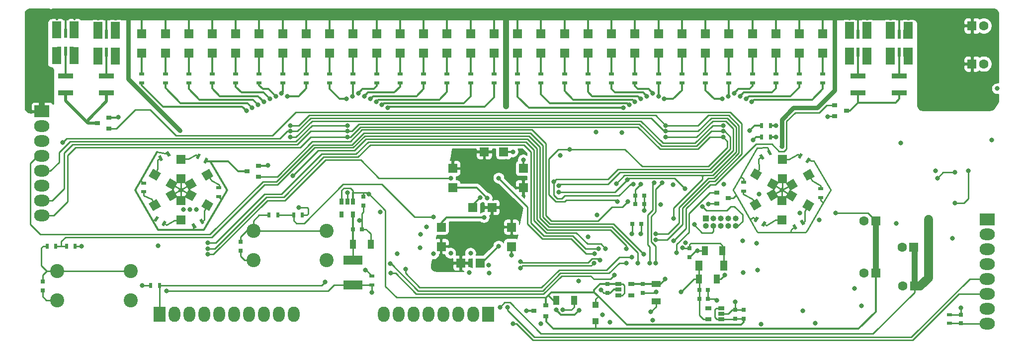
<source format=gtl>
G04 #@! TF.GenerationSoftware,KiCad,Pcbnew,(5.1.9)-1*
G04 #@! TF.CreationDate,2021-02-16T17:27:54-05:00*
G04 #@! TF.ProjectId,FSAE Main Panel,46534145-204d-4616-996e-2050616e656c,rev?*
G04 #@! TF.SameCoordinates,Original*
G04 #@! TF.FileFunction,Copper,L1,Top*
G04 #@! TF.FilePolarity,Positive*
%FSLAX46Y46*%
G04 Gerber Fmt 4.6, Leading zero omitted, Abs format (unit mm)*
G04 Created by KiCad (PCBNEW (5.1.9)-1) date 2021-02-16 17:27:54*
%MOMM*%
%LPD*%
G01*
G04 APERTURE LIST*
G04 #@! TA.AperFunction,ComponentPad*
%ADD10O,2.000000X2.600000*%
G04 #@! TD*
G04 #@! TA.AperFunction,ComponentPad*
%ADD11R,2.000000X2.600000*%
G04 #@! TD*
G04 #@! TA.AperFunction,SMDPad,CuDef*
%ADD12C,0.100000*%
G04 #@! TD*
G04 #@! TA.AperFunction,SMDPad,CuDef*
%ADD13R,0.900000X0.500000*%
G04 #@! TD*
G04 #@! TA.AperFunction,SMDPad,CuDef*
%ADD14R,1.500000X1.500000*%
G04 #@! TD*
G04 #@! TA.AperFunction,SMDPad,CuDef*
%ADD15R,1.000000X1.600000*%
G04 #@! TD*
G04 #@! TA.AperFunction,SMDPad,CuDef*
%ADD16R,0.750000X0.800000*%
G04 #@! TD*
G04 #@! TA.AperFunction,SMDPad,CuDef*
%ADD17R,0.800000X0.750000*%
G04 #@! TD*
G04 #@! TA.AperFunction,ComponentPad*
%ADD18C,1.600000*%
G04 #@! TD*
G04 #@! TA.AperFunction,ComponentPad*
%ADD19R,1.600000X1.600000*%
G04 #@! TD*
G04 #@! TA.AperFunction,SMDPad,CuDef*
%ADD20R,1.600000X1.000000*%
G04 #@! TD*
G04 #@! TA.AperFunction,SMDPad,CuDef*
%ADD21R,1.100000X1.100000*%
G04 #@! TD*
G04 #@! TA.AperFunction,SMDPad,CuDef*
%ADD22R,1.500000X3.000000*%
G04 #@! TD*
G04 #@! TA.AperFunction,SMDPad,CuDef*
%ADD23R,0.800000X1.650000*%
G04 #@! TD*
G04 #@! TA.AperFunction,SMDPad,CuDef*
%ADD24R,0.600000X1.650000*%
G04 #@! TD*
G04 #@! TA.AperFunction,SMDPad,CuDef*
%ADD25R,3.200000X1.500000*%
G04 #@! TD*
G04 #@! TA.AperFunction,ComponentPad*
%ADD26O,2.600000X2.000000*%
G04 #@! TD*
G04 #@! TA.AperFunction,ComponentPad*
%ADD27R,2.600000X2.000000*%
G04 #@! TD*
G04 #@! TA.AperFunction,ComponentPad*
%ADD28O,1.000000X1.000000*%
G04 #@! TD*
G04 #@! TA.AperFunction,ComponentPad*
%ADD29R,1.000000X1.000000*%
G04 #@! TD*
G04 #@! TA.AperFunction,SMDPad,CuDef*
%ADD30R,1.250000X1.700000*%
G04 #@! TD*
G04 #@! TA.AperFunction,SMDPad,CuDef*
%ADD31R,0.900000X0.800000*%
G04 #@! TD*
G04 #@! TA.AperFunction,SMDPad,CuDef*
%ADD32R,0.500000X0.900000*%
G04 #@! TD*
G04 #@! TA.AperFunction,SMDPad,CuDef*
%ADD33R,2.500000X0.900000*%
G04 #@! TD*
G04 #@! TA.AperFunction,ComponentPad*
%ADD34C,2.400000*%
G04 #@! TD*
G04 #@! TA.AperFunction,SMDPad,CuDef*
%ADD35R,1.060000X0.650000*%
G04 #@! TD*
G04 #@! TA.AperFunction,SMDPad,CuDef*
%ADD36R,0.650000X1.060000*%
G04 #@! TD*
G04 #@! TA.AperFunction,ViaPad*
%ADD37C,0.800000*%
G04 #@! TD*
G04 #@! TA.AperFunction,Conductor*
%ADD38C,0.350000*%
G04 #@! TD*
G04 #@! TA.AperFunction,Conductor*
%ADD39C,0.250000*%
G04 #@! TD*
G04 #@! TA.AperFunction,Conductor*
%ADD40C,1.000000*%
G04 #@! TD*
G04 #@! TA.AperFunction,Conductor*
%ADD41C,1.500000*%
G04 #@! TD*
G04 #@! TA.AperFunction,Conductor*
%ADD42C,0.750000*%
G04 #@! TD*
G04 #@! TA.AperFunction,Conductor*
%ADD43C,0.500000*%
G04 #@! TD*
G04 #@! TA.AperFunction,Conductor*
%ADD44C,0.254000*%
G04 #@! TD*
G04 #@! TA.AperFunction,Conductor*
%ADD45C,0.100000*%
G04 #@! TD*
G04 #@! TA.AperFunction,Conductor*
%ADD46C,0.208000*%
G04 #@! TD*
G04 APERTURE END LIST*
D10*
X166220000Y-115200000D03*
X168760000Y-115200000D03*
X171300000Y-115200000D03*
X173840000Y-115200000D03*
X176380000Y-115200000D03*
X178920000Y-115200000D03*
X181460000Y-115200000D03*
D11*
X184000000Y-115200000D03*
G04 #@! TA.AperFunction,SMDPad,CuDef*
D12*
G36*
X127919520Y-98694327D02*
G01*
X127469520Y-99473749D01*
X127036508Y-99223749D01*
X127486508Y-98444327D01*
X127919520Y-98694327D01*
G37*
G04 #@! TD.AperFunction*
G04 #@! TA.AperFunction,SMDPad,CuDef*
G36*
X129218558Y-99444327D02*
G01*
X128768558Y-100223749D01*
X128335546Y-99973749D01*
X128785546Y-99194327D01*
X129218558Y-99444327D01*
G37*
G04 #@! TD.AperFunction*
D13*
X125276533Y-92814038D03*
X125276533Y-94314038D03*
G04 #@! TA.AperFunction,SMDPad,CuDef*
D12*
G36*
X129506013Y-88349711D02*
G01*
X129056013Y-87570289D01*
X129489025Y-87320289D01*
X129939025Y-88099711D01*
X129506013Y-88349711D01*
G37*
G04 #@! TD.AperFunction*
G04 #@! TA.AperFunction,SMDPad,CuDef*
G36*
X128206975Y-89099711D02*
G01*
X127756975Y-88320289D01*
X128189987Y-88070289D01*
X128639987Y-88849711D01*
X128206975Y-89099711D01*
G37*
G04 #@! TD.AperFunction*
G04 #@! TA.AperFunction,SMDPad,CuDef*
G36*
X135478480Y-89265673D02*
G01*
X135928480Y-88486251D01*
X136361492Y-88736251D01*
X135911492Y-89515673D01*
X135478480Y-89265673D01*
G37*
G04 #@! TD.AperFunction*
G04 #@! TA.AperFunction,SMDPad,CuDef*
G36*
X134179442Y-88515673D02*
G01*
X134629442Y-87736251D01*
X135062454Y-87986251D01*
X134612454Y-88765673D01*
X134179442Y-88515673D01*
G37*
G04 #@! TD.AperFunction*
D13*
X138121467Y-95145962D03*
X138121467Y-93645962D03*
X227486642Y-92682878D03*
X227486642Y-94182878D03*
G04 #@! TA.AperFunction,SMDPad,CuDef*
D12*
G36*
X231905655Y-88152589D02*
G01*
X231455655Y-87373167D01*
X231888667Y-87123167D01*
X232338667Y-87902589D01*
X231905655Y-88152589D01*
G37*
G04 #@! TD.AperFunction*
G04 #@! TA.AperFunction,SMDPad,CuDef*
G36*
X230606617Y-88902589D02*
G01*
X230156617Y-88123167D01*
X230589629Y-87873167D01*
X231039629Y-88652589D01*
X230606617Y-88902589D01*
G37*
G04 #@! TD.AperFunction*
G04 #@! TA.AperFunction,SMDPad,CuDef*
G36*
X238030013Y-89199711D02*
G01*
X238480013Y-88420289D01*
X238913025Y-88670289D01*
X238463025Y-89449711D01*
X238030013Y-89199711D01*
G37*
G04 #@! TD.AperFunction*
G04 #@! TA.AperFunction,SMDPad,CuDef*
G36*
X236730975Y-88449711D02*
G01*
X237180975Y-87670289D01*
X237613987Y-87920289D01*
X237163987Y-88699711D01*
X236730975Y-88449711D01*
G37*
G04 #@! TD.AperFunction*
D13*
X240635358Y-95277122D03*
X240635358Y-93777122D03*
G04 #@! TA.AperFunction,SMDPad,CuDef*
D12*
G36*
X236216345Y-99807411D02*
G01*
X236666345Y-100586833D01*
X236233333Y-100836833D01*
X235783333Y-100057411D01*
X236216345Y-99807411D01*
G37*
G04 #@! TD.AperFunction*
G04 #@! TA.AperFunction,SMDPad,CuDef*
G36*
X237515383Y-99057411D02*
G01*
X237965383Y-99836833D01*
X237532371Y-100086833D01*
X237082371Y-99307411D01*
X237515383Y-99057411D01*
G37*
G04 #@! TD.AperFunction*
G04 #@! TA.AperFunction,SMDPad,CuDef*
G36*
X229827668Y-95487653D02*
G01*
X230577668Y-96786691D01*
X229278630Y-97536691D01*
X228528630Y-96237653D01*
X229827668Y-95487653D01*
G37*
G04 #@! TD.AperFunction*
G04 #@! TA.AperFunction,SMDPad,CuDef*
G36*
X232685552Y-93837653D02*
G01*
X233435552Y-95136691D01*
X232136514Y-95886691D01*
X231386514Y-94587653D01*
X232685552Y-93837653D01*
G37*
G04 #@! TD.AperFunction*
G04 #@! TA.AperFunction,SMDPad,CuDef*
G36*
X230638668Y-91067653D02*
G01*
X229888668Y-92366691D01*
X228589630Y-91616691D01*
X229339630Y-90317653D01*
X230638668Y-91067653D01*
G37*
G04 #@! TD.AperFunction*
G04 #@! TA.AperFunction,SMDPad,CuDef*
G36*
X233496552Y-92717653D02*
G01*
X232746552Y-94016691D01*
X231447514Y-93266691D01*
X232197514Y-91967653D01*
X233496552Y-92717653D01*
G37*
G04 #@! TD.AperFunction*
D14*
X234122000Y-88810000D03*
X234122000Y-92110000D03*
G04 #@! TA.AperFunction,SMDPad,CuDef*
D12*
G36*
X238294332Y-92472347D02*
G01*
X237544332Y-91173309D01*
X238843370Y-90423309D01*
X239593370Y-91722347D01*
X238294332Y-92472347D01*
G37*
G04 #@! TD.AperFunction*
G04 #@! TA.AperFunction,SMDPad,CuDef*
G36*
X235436448Y-94122347D02*
G01*
X234686448Y-92823309D01*
X235985486Y-92073309D01*
X236735486Y-93372347D01*
X235436448Y-94122347D01*
G37*
G04 #@! TD.AperFunction*
G04 #@! TA.AperFunction,SMDPad,CuDef*
G36*
X237483332Y-96892347D02*
G01*
X238233332Y-95593309D01*
X239532370Y-96343309D01*
X238782370Y-97642347D01*
X237483332Y-96892347D01*
G37*
G04 #@! TD.AperFunction*
G04 #@! TA.AperFunction,SMDPad,CuDef*
G36*
X234625448Y-95242347D02*
G01*
X235375448Y-93943309D01*
X236674486Y-94693309D01*
X235924486Y-95992347D01*
X234625448Y-95242347D01*
G37*
G04 #@! TD.AperFunction*
G04 #@! TA.AperFunction,SMDPad,CuDef*
G36*
X130354552Y-93891347D02*
G01*
X131104552Y-95190385D01*
X129805514Y-95940385D01*
X129055514Y-94641347D01*
X130354552Y-93891347D01*
G37*
G04 #@! TD.AperFunction*
G04 #@! TA.AperFunction,SMDPad,CuDef*
G36*
X127496668Y-95541347D02*
G01*
X128246668Y-96840385D01*
X126947630Y-97590385D01*
X126197630Y-96291347D01*
X127496668Y-95541347D01*
G37*
G04 #@! TD.AperFunction*
G04 #@! TA.AperFunction,SMDPad,CuDef*
G36*
X131103552Y-92771347D02*
G01*
X130353552Y-94070385D01*
X129054514Y-93320385D01*
X129804514Y-92021347D01*
X131103552Y-92771347D01*
G37*
G04 #@! TD.AperFunction*
G04 #@! TA.AperFunction,SMDPad,CuDef*
G36*
X128245668Y-91121347D02*
G01*
X127495668Y-92420385D01*
X126196630Y-91670385D01*
X126946630Y-90371347D01*
X128245668Y-91121347D01*
G37*
G04 #@! TD.AperFunction*
D14*
X131698000Y-92110000D03*
X131698000Y-88810000D03*
G04 #@! TA.AperFunction,SMDPad,CuDef*
D12*
G36*
X133043448Y-94068653D02*
G01*
X132293448Y-92769615D01*
X133592486Y-92019615D01*
X134342486Y-93318653D01*
X133043448Y-94068653D01*
G37*
G04 #@! TD.AperFunction*
G04 #@! TA.AperFunction,SMDPad,CuDef*
G36*
X135901332Y-92418653D02*
G01*
X135151332Y-91119615D01*
X136450370Y-90369615D01*
X137200370Y-91668653D01*
X135901332Y-92418653D01*
G37*
G04 #@! TD.AperFunction*
G04 #@! TA.AperFunction,SMDPad,CuDef*
G36*
X132294448Y-95188653D02*
G01*
X133044448Y-93889615D01*
X134343486Y-94639615D01*
X133593486Y-95938653D01*
X132294448Y-95188653D01*
G37*
G04 #@! TD.AperFunction*
G04 #@! TA.AperFunction,SMDPad,CuDef*
G36*
X135152332Y-96838653D02*
G01*
X135902332Y-95539615D01*
X137201370Y-96289615D01*
X136451370Y-97588653D01*
X135152332Y-96838653D01*
G37*
G04 #@! TD.AperFunction*
D15*
X220900000Y-104400000D03*
X223900000Y-104400000D03*
D16*
X218300000Y-103950000D03*
X218300000Y-105450000D03*
D17*
X210050000Y-99800000D03*
X208550000Y-99800000D03*
X210550000Y-95000000D03*
X209050000Y-95000000D03*
X209050000Y-96400000D03*
X210550000Y-96400000D03*
D16*
X141800000Y-104350000D03*
X141800000Y-102850000D03*
X108100000Y-109650000D03*
X108100000Y-111150000D03*
X264500000Y-115250000D03*
X264500000Y-116750000D03*
D18*
X254600000Y-110400000D03*
D19*
X256600000Y-110400000D03*
D18*
X268400000Y-72500000D03*
D19*
X266400000Y-72500000D03*
X266400000Y-66000000D03*
D18*
X268400000Y-66000000D03*
X254500000Y-103750000D03*
D19*
X256500000Y-103750000D03*
X250000000Y-99250000D03*
D18*
X248000000Y-99250000D03*
D19*
X250000000Y-108200000D03*
D18*
X248000000Y-108200000D03*
D15*
X198600000Y-112800000D03*
X195600000Y-112800000D03*
D16*
X227500000Y-115950000D03*
X227500000Y-114450000D03*
X226100000Y-115950000D03*
X226100000Y-114450000D03*
D17*
X219950000Y-112600000D03*
X221450000Y-112600000D03*
X221450000Y-111100000D03*
X219950000Y-111100000D03*
D15*
X219900000Y-109200000D03*
X222900000Y-109200000D03*
D16*
X204300000Y-111550000D03*
X204300000Y-110050000D03*
X210300000Y-110050000D03*
X210300000Y-111550000D03*
D20*
X212600000Y-110000000D03*
X212600000Y-113000000D03*
D16*
X162700000Y-96650000D03*
X162700000Y-95150000D03*
D17*
X160950000Y-100700000D03*
X162450000Y-100700000D03*
D15*
X161000000Y-103300000D03*
X164000000Y-103300000D03*
D21*
X202300000Y-113600000D03*
X202300000Y-116400000D03*
D13*
X164190000Y-110170000D03*
X164190000Y-108670000D03*
D14*
X125000000Y-67350000D03*
X125000000Y-70650000D03*
X129000000Y-67350000D03*
X129000000Y-70650000D03*
X133000000Y-70650000D03*
X133000000Y-67350000D03*
X137000000Y-67350000D03*
X137000000Y-70650000D03*
X141000000Y-70650000D03*
X141000000Y-67350000D03*
X145000000Y-67350000D03*
X145000000Y-70650000D03*
X149000000Y-70650000D03*
X149000000Y-67350000D03*
X153000000Y-67350000D03*
X153000000Y-70650000D03*
X157000000Y-67350000D03*
X157000000Y-70650000D03*
X161000000Y-70650000D03*
X161000000Y-67350000D03*
X165000000Y-67350000D03*
X165000000Y-70650000D03*
X169000000Y-70650000D03*
X169000000Y-67350000D03*
X173000000Y-70650000D03*
X173000000Y-67350000D03*
X177000000Y-70650000D03*
X177000000Y-67350000D03*
X181000000Y-70650000D03*
X181000000Y-67350000D03*
X185000000Y-67350000D03*
X185000000Y-70650000D03*
X189000000Y-70650000D03*
X189000000Y-67350000D03*
X193000000Y-67350000D03*
X193000000Y-70650000D03*
X197000000Y-67350000D03*
X197000000Y-70650000D03*
X201000000Y-67350000D03*
X201000000Y-70650000D03*
X205000000Y-70650000D03*
X205000000Y-67350000D03*
X209000000Y-67350000D03*
X209000000Y-70650000D03*
X213000000Y-70650000D03*
X213000000Y-67350000D03*
X217000000Y-70650000D03*
X217000000Y-67350000D03*
X221000000Y-67350000D03*
X221000000Y-70650000D03*
X225000000Y-70650000D03*
X225000000Y-67350000D03*
X229000000Y-67350000D03*
X229000000Y-70650000D03*
X233000000Y-70650000D03*
X233000000Y-67350000D03*
X237000000Y-70650000D03*
X237000000Y-67350000D03*
X241000000Y-67350000D03*
X241000000Y-70650000D03*
D22*
X113500000Y-71058000D03*
X113500000Y-66658000D03*
X110500000Y-66658000D03*
X110500000Y-71058000D03*
D23*
X110950000Y-70358000D03*
X113050000Y-70358000D03*
X113050000Y-67308000D03*
X110950000Y-67308000D03*
D24*
X112000000Y-67308000D03*
X112000000Y-70358000D03*
X119000000Y-70485000D03*
X119000000Y-67435000D03*
D23*
X117950000Y-67435000D03*
X120050000Y-67435000D03*
X120050000Y-70485000D03*
X117950000Y-70485000D03*
D22*
X117500000Y-71185000D03*
X117500000Y-66785000D03*
X120500000Y-66785000D03*
X120500000Y-71185000D03*
D24*
X254000000Y-70485000D03*
X254000000Y-67435000D03*
D23*
X252950000Y-67435000D03*
X255050000Y-67435000D03*
X255050000Y-70485000D03*
X252950000Y-70485000D03*
D22*
X252500000Y-71185000D03*
X252500000Y-66785000D03*
X255500000Y-66785000D03*
X255500000Y-71185000D03*
X248500000Y-71185000D03*
X248500000Y-66785000D03*
X245500000Y-66785000D03*
X245500000Y-71185000D03*
D23*
X245950000Y-70485000D03*
X248050000Y-70485000D03*
X248050000Y-67435000D03*
X245950000Y-67435000D03*
D24*
X247000000Y-67435000D03*
X247000000Y-70485000D03*
D14*
X183350000Y-87500000D03*
X186650000Y-87500000D03*
X190000000Y-90350000D03*
X190000000Y-93650000D03*
X188000000Y-100350000D03*
X188000000Y-103650000D03*
X182650000Y-106500000D03*
X179350000Y-106500000D03*
X176000000Y-103650000D03*
X176000000Y-100350000D03*
X178000000Y-93650000D03*
X178000000Y-90350000D03*
X184650000Y-97000000D03*
X181350000Y-97000000D03*
X131700000Y-99150000D03*
X131700000Y-95850000D03*
X234000000Y-95850000D03*
X234000000Y-99150000D03*
D25*
X161000000Y-106000000D03*
X161000000Y-110200000D03*
D26*
X269000000Y-116780000D03*
X269000000Y-114240000D03*
X269000000Y-111700000D03*
X269000000Y-109160000D03*
X269000000Y-106620000D03*
X269000000Y-104080000D03*
X269000000Y-101540000D03*
D27*
X269000000Y-99000000D03*
X108000000Y-80600000D03*
D26*
X108000000Y-83140000D03*
X108000000Y-85680000D03*
X108000000Y-88220000D03*
X108000000Y-90760000D03*
X108000000Y-93300000D03*
X108000000Y-95840000D03*
X108000000Y-98380000D03*
D10*
X150860000Y-115200000D03*
X148320000Y-115200000D03*
X145780000Y-115200000D03*
X143240000Y-115200000D03*
X140700000Y-115200000D03*
X138160000Y-115200000D03*
X135620000Y-115200000D03*
X133080000Y-115200000D03*
X130540000Y-115200000D03*
D11*
X128000000Y-115200000D03*
D28*
X226180000Y-100170000D03*
X226180000Y-98900000D03*
X224910000Y-100170000D03*
X224910000Y-98900000D03*
X223640000Y-100170000D03*
X223640000Y-98900000D03*
X222370000Y-100170000D03*
X222370000Y-98900000D03*
X221100000Y-100170000D03*
D29*
X221100000Y-98900000D03*
D30*
X219870000Y-106900000D03*
X224130000Y-106900000D03*
D31*
X193800000Y-115550000D03*
X193800000Y-113650000D03*
X191800000Y-114600000D03*
X144900000Y-91750000D03*
X144900000Y-89850000D03*
X142900000Y-90800000D03*
X224900000Y-95400000D03*
X222900000Y-96350000D03*
X222900000Y-94450000D03*
X117400000Y-82600000D03*
X119400000Y-81650000D03*
X119400000Y-83550000D03*
X245000000Y-80500000D03*
X243000000Y-81450000D03*
X243000000Y-79550000D03*
D32*
X152350000Y-98300000D03*
X150850000Y-98300000D03*
X146650000Y-98300000D03*
X148150000Y-98300000D03*
X112150000Y-103600000D03*
X113650000Y-103600000D03*
X110350000Y-103600000D03*
X108850000Y-103600000D03*
X126500000Y-110300000D03*
X128000000Y-110300000D03*
D13*
X262600000Y-115250000D03*
X262600000Y-116750000D03*
X125000000Y-75750000D03*
X125000000Y-74250000D03*
X129000000Y-74250000D03*
X129000000Y-75750000D03*
X133000000Y-74250000D03*
X133000000Y-75750000D03*
X137000000Y-74250000D03*
X137000000Y-75750000D03*
X141000000Y-74250000D03*
X141000000Y-75750000D03*
X145000000Y-75750000D03*
X145000000Y-74250000D03*
X149000000Y-74250000D03*
X149000000Y-75750000D03*
X153000000Y-74250000D03*
X153000000Y-75750000D03*
X157000000Y-75750000D03*
X157000000Y-74250000D03*
X161000000Y-74250000D03*
X161000000Y-75750000D03*
X165000000Y-75750000D03*
X165000000Y-74250000D03*
X169000000Y-74250000D03*
X169000000Y-75750000D03*
X173000000Y-75750000D03*
X173000000Y-74250000D03*
X177000000Y-75750000D03*
X177000000Y-74250000D03*
X181000000Y-74250000D03*
X181000000Y-75750000D03*
X185000000Y-75750000D03*
X185000000Y-74250000D03*
X189000000Y-74250000D03*
X189000000Y-75750000D03*
X193000000Y-75750000D03*
X193000000Y-74250000D03*
X197000000Y-75750000D03*
X197000000Y-74250000D03*
X201000000Y-74250000D03*
X201000000Y-75750000D03*
X205000000Y-75750000D03*
X205000000Y-74250000D03*
X209000000Y-74250000D03*
X209000000Y-75750000D03*
X213000000Y-74250000D03*
X213000000Y-75750000D03*
X217000000Y-75750000D03*
X217000000Y-74250000D03*
X221000000Y-74250000D03*
X221000000Y-75750000D03*
X225000000Y-75750000D03*
X225000000Y-74250000D03*
X229000000Y-74250000D03*
X229000000Y-75750000D03*
X233000000Y-75750000D03*
X233000000Y-74250000D03*
X237000000Y-74250000D03*
X237000000Y-75750000D03*
X241000000Y-75750000D03*
X241000000Y-74250000D03*
D32*
X232050000Y-83000000D03*
X230550000Y-83000000D03*
X230550000Y-85000000D03*
X232050000Y-85000000D03*
D33*
X112000000Y-77450000D03*
X112000000Y-74550000D03*
X119000000Y-74550000D03*
X119000000Y-77450000D03*
X254000000Y-74550000D03*
X254000000Y-77450000D03*
X247000000Y-77450000D03*
X247000000Y-74550000D03*
G04 #@! TA.AperFunction,SMDPad,CuDef*
D12*
G36*
X135191025Y-98860289D02*
G01*
X135641025Y-99639711D01*
X135208013Y-99889711D01*
X134758013Y-99110289D01*
X135191025Y-98860289D01*
G37*
G04 #@! TD.AperFunction*
G04 #@! TA.AperFunction,SMDPad,CuDef*
G36*
X133891987Y-99610289D02*
G01*
X134341987Y-100389711D01*
X133908975Y-100639711D01*
X133458975Y-99860289D01*
X133891987Y-99610289D01*
G37*
G04 #@! TD.AperFunction*
G04 #@! TA.AperFunction,SMDPad,CuDef*
G36*
X231391025Y-99510289D02*
G01*
X230941025Y-100289711D01*
X230508013Y-100039711D01*
X230958013Y-99260289D01*
X231391025Y-99510289D01*
G37*
G04 #@! TD.AperFunction*
G04 #@! TA.AperFunction,SMDPad,CuDef*
G36*
X230091987Y-98760289D02*
G01*
X229641987Y-99539711D01*
X229208975Y-99289711D01*
X229658975Y-98510289D01*
X230091987Y-98760289D01*
G37*
G04 #@! TD.AperFunction*
D34*
X156500000Y-101000000D03*
X144000000Y-101000000D03*
X156500000Y-106000000D03*
X144000000Y-106000000D03*
X110600000Y-112800000D03*
X123100000Y-112800000D03*
X110600000Y-107800000D03*
X123100000Y-107800000D03*
D35*
X223700000Y-116050000D03*
X223700000Y-115100000D03*
X223700000Y-114150000D03*
X221500000Y-114150000D03*
X221500000Y-116050000D03*
X206200000Y-110050000D03*
X206200000Y-111000000D03*
X206200000Y-111950000D03*
X208400000Y-111950000D03*
X208400000Y-110050000D03*
D36*
X160950000Y-98200000D03*
X159050000Y-98200000D03*
X159050000Y-96000000D03*
X160000000Y-96000000D03*
X160950000Y-96000000D03*
D37*
X121000000Y-81600000D03*
X146500000Y-89800000D03*
X241800000Y-81500000D03*
X125100000Y-110300000D03*
X221500000Y-96400000D03*
X160000000Y-94500000D03*
X264500000Y-114100000D03*
X217600000Y-103000000D03*
X202400000Y-84100000D03*
X196300000Y-88100000D03*
X224100000Y-93000000D03*
X270700000Y-76700000D03*
X215500000Y-93100000D03*
X203200000Y-111100000D03*
X204700000Y-116600000D03*
X211700000Y-114800000D03*
X212600000Y-111400000D03*
X226100000Y-113100000D03*
X222900000Y-112800000D03*
X230500000Y-116900000D03*
X237600000Y-114600000D03*
X239700000Y-116700000D03*
X246400000Y-110800000D03*
X260150000Y-90750000D03*
X263050000Y-102250000D03*
X253500000Y-99700000D03*
X219600000Y-104400000D03*
X227400000Y-108100000D03*
X227300000Y-102700000D03*
X229700000Y-103100000D03*
X229900000Y-107700000D03*
X224300000Y-108500000D03*
X254300000Y-86000000D03*
X269750000Y-85500000D03*
X165600000Y-97800000D03*
X240400000Y-99100000D03*
X196700000Y-114450000D03*
X212000000Y-116224990D03*
X199400000Y-109500000D03*
X132100000Y-97300000D03*
X134300000Y-97300000D03*
X210000000Y-93000000D03*
X203450000Y-115300000D03*
X127810000Y-103550000D03*
X192930000Y-116790000D03*
X181000000Y-104800000D03*
X177600000Y-104800000D03*
X208500000Y-101500000D03*
X201000000Y-102000000D03*
X163100000Y-107700000D03*
X174700000Y-104900000D03*
X172400000Y-103900000D03*
X168500000Y-104900000D03*
X162100000Y-99200000D03*
X217100000Y-103900000D03*
X216800000Y-111400000D03*
X210000000Y-101500000D03*
X151700000Y-97000000D03*
X213400000Y-96500000D03*
X202500000Y-98300000D03*
X206800000Y-84200000D03*
X247600000Y-113800000D03*
X214100000Y-109200000D03*
X114700000Y-103600000D03*
X163700000Y-94700000D03*
X237100000Y-97900000D03*
X230100000Y-94700000D03*
X133200000Y-97300000D03*
X210550000Y-97500000D03*
X199500000Y-114550000D03*
X195570000Y-114470000D03*
X187250000Y-114000000D03*
X184100000Y-106800000D03*
X188200000Y-116800000D03*
X164190000Y-111480000D03*
X129170000Y-111250000D03*
X265750000Y-90750000D03*
X263500000Y-96250000D03*
X259000000Y-99000000D03*
X180800000Y-108100000D03*
X184200000Y-108140000D03*
X186000000Y-114000000D03*
X187000000Y-79750000D03*
X131700000Y-94000000D03*
X234000000Y-94000000D03*
X264500000Y-76750000D03*
X262500000Y-76750000D03*
X263500000Y-75750000D03*
X234000000Y-86600000D03*
X187000000Y-89100000D03*
X131500000Y-83900000D03*
X243200000Y-97900000D03*
X233000000Y-83000000D03*
X233000000Y-85000000D03*
X188200000Y-87500000D03*
X190000000Y-88900000D03*
X188000000Y-105100000D03*
X185800000Y-103600000D03*
X183300000Y-98700000D03*
X183800000Y-95400000D03*
X182600000Y-95300000D03*
X190500000Y-114600000D03*
X210500000Y-105000000D03*
X160000000Y-83000000D03*
X150250000Y-84000000D03*
X214250000Y-84000000D03*
X111500000Y-85900000D03*
X205800000Y-92900000D03*
X215600000Y-98900000D03*
X160000000Y-84000000D03*
X224000000Y-84000000D03*
X195200000Y-92600000D03*
X208750000Y-93000000D03*
X160000000Y-85000000D03*
X224000000Y-85000000D03*
X197900000Y-87100000D03*
X206000000Y-96000000D03*
X205500000Y-108500000D03*
X156200000Y-109700000D03*
X167400000Y-108200000D03*
X220500000Y-96800000D03*
X217500000Y-93800000D03*
X207700000Y-92300000D03*
X196000000Y-94400000D03*
X174700000Y-98600000D03*
X219100000Y-99900000D03*
X207750000Y-96000000D03*
X216100000Y-104700000D03*
X215600000Y-102700000D03*
X212500000Y-102500000D03*
X209500000Y-106500000D03*
X142800000Y-80500000D03*
X143800000Y-80000000D03*
X144800000Y-79500000D03*
X145800000Y-79000000D03*
X146800000Y-78500000D03*
X147800000Y-78000000D03*
X148800000Y-77500000D03*
X149800000Y-78000000D03*
X159900000Y-78500000D03*
X160900000Y-78000000D03*
X161900000Y-77500000D03*
X162900000Y-78000000D03*
X163900000Y-78500000D03*
X164900000Y-79000000D03*
X165900000Y-79500000D03*
X166900000Y-80000000D03*
X207000000Y-80000000D03*
X208000000Y-79500000D03*
X209000000Y-79000000D03*
X210000000Y-78500000D03*
X211000000Y-78000000D03*
X212000000Y-77500000D03*
X213000000Y-78000000D03*
X214000000Y-78500000D03*
X223900000Y-78500000D03*
X224900000Y-78000000D03*
X225900000Y-77500000D03*
X226900000Y-78000000D03*
X227900000Y-78500000D03*
X228900000Y-79000000D03*
X228500000Y-83900000D03*
X229100000Y-85500000D03*
X167340000Y-106570000D03*
X207500000Y-106500000D03*
X169920000Y-107470000D03*
X208500000Y-105500000D03*
X172470000Y-101610000D03*
X202000000Y-106500000D03*
X189500000Y-107300000D03*
X203000000Y-106000000D03*
X173500000Y-100300000D03*
X189500000Y-106200000D03*
X136250000Y-103000000D03*
X204000000Y-104000000D03*
X136250000Y-104000000D03*
X202800000Y-104000000D03*
X136250000Y-105000000D03*
X177600000Y-92000000D03*
X185800000Y-92000000D03*
X202100000Y-104900000D03*
X150700000Y-91600000D03*
X207500000Y-104000000D03*
X212500000Y-101500000D03*
X150250000Y-83000000D03*
X214250000Y-83000000D03*
X212300000Y-92800000D03*
X211500000Y-106500000D03*
X213600000Y-92800000D03*
X212500000Y-106500000D03*
X214250000Y-85000000D03*
X196000000Y-93300000D03*
X224000000Y-83000000D03*
X150250000Y-85000000D03*
X263500000Y-91000000D03*
X260500000Y-92000000D03*
D38*
X119400000Y-81650000D02*
X120950000Y-81650000D01*
X144900000Y-89850000D02*
X146450000Y-89850000D01*
D39*
X243000000Y-81450000D02*
X241850000Y-81450000D01*
X108100000Y-111150000D02*
X108100000Y-112200000D01*
X108700000Y-112800000D02*
X110600000Y-112800000D01*
X108100000Y-112200000D02*
X108700000Y-112800000D01*
X141800000Y-104350000D02*
X141800000Y-105300000D01*
X142500000Y-106000000D02*
X144000000Y-106000000D01*
X141800000Y-105300000D02*
X142500000Y-106000000D01*
X222900000Y-96350000D02*
X221550000Y-96350000D01*
X221550000Y-96350000D02*
X221500000Y-96400000D01*
X164000000Y-103300000D02*
X164000000Y-102000000D01*
X162450000Y-100700000D02*
X163200000Y-100700000D01*
X164000000Y-101500000D02*
X164000000Y-102000000D01*
X162450000Y-98050000D02*
X162500000Y-98000000D01*
X160000000Y-96000000D02*
X160000000Y-94500000D01*
X262600000Y-115250000D02*
X264500000Y-115250000D01*
X264500000Y-115250000D02*
X264500000Y-114100000D01*
X162700000Y-97800000D02*
X162500000Y-98000000D01*
X162700000Y-96650000D02*
X162700000Y-97800000D01*
X227500000Y-114450000D02*
X226100000Y-114450000D01*
X223700000Y-115100000D02*
X224900000Y-115100000D01*
X225550000Y-114450000D02*
X224900000Y-115100000D01*
X226100000Y-114450000D02*
X225550000Y-114450000D01*
D38*
X206200000Y-111000000D02*
X205400000Y-111000000D01*
X204850000Y-111550000D02*
X204300000Y-111550000D01*
X205400000Y-111000000D02*
X204850000Y-111550000D01*
D39*
X209050000Y-95000000D02*
X209050000Y-96400000D01*
X204300000Y-111550000D02*
X203650000Y-111550000D01*
X203650000Y-111550000D02*
X203200000Y-111100000D01*
X212600000Y-113900000D02*
X211700000Y-114800000D01*
X212600000Y-113000000D02*
X212600000Y-113900000D01*
X210300000Y-111550000D02*
X212450000Y-111550000D01*
X212450000Y-111550000D02*
X212600000Y-111400000D01*
X226100000Y-114450000D02*
X226100000Y-113100000D01*
X221450000Y-112600000D02*
X222700000Y-112600000D01*
X222700000Y-112600000D02*
X222900000Y-112800000D01*
X219350000Y-104400000D02*
X218300000Y-105450000D01*
X219600000Y-104400000D02*
X219350000Y-104400000D01*
X220900000Y-104400000D02*
X219600000Y-104400000D01*
X222900000Y-109200000D02*
X223600000Y-109200000D01*
X223600000Y-109200000D02*
X224300000Y-108500000D01*
X221450000Y-111100000D02*
X221450000Y-112600000D01*
X126500000Y-110300000D02*
X125100000Y-110300000D01*
X198600000Y-112800000D02*
X198600000Y-114000000D01*
X198150000Y-114450000D02*
X196700000Y-114450000D01*
X198600000Y-114000000D02*
X198150000Y-114450000D01*
X163630000Y-101130000D02*
X164000000Y-101500000D01*
X163200000Y-100700000D02*
X163630000Y-101130000D01*
X208550000Y-101450000D02*
X208550000Y-99800000D01*
X208500000Y-101500000D02*
X208550000Y-101450000D01*
X208500000Y-101300000D02*
X208500000Y-101500000D01*
X209050000Y-94450000D02*
X209050000Y-95000000D01*
X209050000Y-93950000D02*
X209050000Y-94450000D01*
X210000000Y-93000000D02*
X209050000Y-93950000D01*
X163220000Y-107700000D02*
X164190000Y-108670000D01*
X163100000Y-107700000D02*
X163220000Y-107700000D01*
X162150000Y-99150000D02*
X162100000Y-99200000D01*
X162450000Y-99150000D02*
X162150000Y-99150000D01*
X162450000Y-100700000D02*
X162450000Y-99150000D01*
X162450000Y-99150000D02*
X162450000Y-98050000D01*
X218300000Y-103950000D02*
X218300000Y-103300000D01*
X218300000Y-103300000D02*
X218500000Y-103100000D01*
X218500000Y-103100000D02*
X223500000Y-103100000D01*
X223900000Y-103500000D02*
X223900000Y-104400000D01*
X223500000Y-103100000D02*
X223900000Y-103500000D01*
X218300000Y-103950000D02*
X217150000Y-103950000D01*
X217150000Y-103950000D02*
X217100000Y-103900000D01*
X224130000Y-104630000D02*
X223900000Y-104400000D01*
X224130000Y-106900000D02*
X224130000Y-104630000D01*
X221500000Y-116050000D02*
X220650000Y-116050000D01*
X219950000Y-115350000D02*
X219950000Y-112600000D01*
X220650000Y-116050000D02*
X219950000Y-115350000D01*
X219950000Y-112600000D02*
X219950000Y-111100000D01*
X219870000Y-106900000D02*
X219500000Y-106900000D01*
X219950000Y-111900000D02*
X219950000Y-109250000D01*
X219950000Y-109250000D02*
X219900000Y-109200000D01*
X219000000Y-109200000D02*
X216800000Y-111400000D01*
X219900000Y-109200000D02*
X219000000Y-109200000D01*
X219870000Y-106900000D02*
X219900000Y-106930000D01*
X219900000Y-106930000D02*
X219900000Y-109200000D01*
X210050000Y-101450000D02*
X210050000Y-99800000D01*
X210000000Y-101500000D02*
X210050000Y-101450000D01*
X153100000Y-98300000D02*
X152350000Y-98300000D01*
X153300000Y-98100000D02*
X153100000Y-98300000D01*
X153300000Y-97150000D02*
X153300000Y-98100000D01*
X151700000Y-97000000D02*
X153150000Y-97000000D01*
X153150000Y-97000000D02*
X153300000Y-97150000D01*
D38*
X208400000Y-110050000D02*
X210300000Y-110050000D01*
X212550000Y-110050000D02*
X212600000Y-110000000D01*
X210300000Y-110050000D02*
X212550000Y-110050000D01*
D39*
X212600000Y-110000000D02*
X213300000Y-110000000D01*
X213300000Y-110000000D02*
X214100000Y-109200000D01*
X113650000Y-103600000D02*
X114700000Y-103600000D01*
X210550000Y-96400000D02*
X210550000Y-95000000D01*
X210550000Y-96400000D02*
X210550000Y-97500000D01*
X144000000Y-101000000D02*
X156500000Y-101000000D01*
X141800000Y-102850000D02*
X141800000Y-102000000D01*
X142800000Y-101000000D02*
X144000000Y-101000000D01*
X141800000Y-102000000D02*
X142800000Y-101000000D01*
X144000000Y-99300000D02*
X145000000Y-98300000D01*
X144000000Y-101000000D02*
X144000000Y-99300000D01*
X145000000Y-98300000D02*
X146650000Y-98300000D01*
X108100000Y-109650000D02*
X108100000Y-108500000D01*
X108800000Y-107800000D02*
X110600000Y-107800000D01*
X108100000Y-108500000D02*
X108800000Y-107800000D01*
X110600000Y-107800000D02*
X123100000Y-107800000D01*
X107900000Y-103900000D02*
X108200000Y-103600000D01*
X108800000Y-107800000D02*
X107900000Y-106900000D01*
X107900000Y-106900000D02*
X107900000Y-103900000D01*
X108200000Y-103600000D02*
X108850000Y-103600000D01*
D38*
X199500000Y-114550000D02*
X198760000Y-115290000D01*
X196390000Y-115290000D02*
X195570000Y-114470000D01*
X198760000Y-115290000D02*
X196390000Y-115290000D01*
D39*
X266040000Y-109160000D02*
X269000000Y-109160000D01*
X256070000Y-119130000D02*
X266040000Y-109160000D01*
X191880000Y-119130000D02*
X256070000Y-119130000D01*
X187250000Y-114500000D02*
X191880000Y-119130000D01*
X187250000Y-114000000D02*
X187250000Y-114500000D01*
X264210000Y-111700000D02*
X269000000Y-111700000D01*
X256330000Y-119590000D02*
X264210000Y-111710000D01*
X191630000Y-119590000D02*
X256330000Y-119590000D01*
X188840000Y-116800000D02*
X191630000Y-119590000D01*
X264210000Y-111710000D02*
X264210000Y-111700000D01*
X188200000Y-116800000D02*
X188840000Y-116800000D01*
X161030000Y-110170000D02*
X161000000Y-110200000D01*
X164190000Y-110170000D02*
X161030000Y-110170000D01*
X164190000Y-111480000D02*
X164190000Y-110170000D01*
X161000000Y-110200000D02*
X157770000Y-110200000D01*
X156720000Y-111250000D02*
X129170000Y-111250000D01*
X157770000Y-110200000D02*
X156720000Y-111250000D01*
X264530000Y-116780000D02*
X264500000Y-116750000D01*
X269000000Y-116780000D02*
X264530000Y-116780000D01*
X264500000Y-116750000D02*
X262600000Y-116750000D01*
X265750000Y-90750000D02*
X265750000Y-95500000D01*
X265750000Y-95500000D02*
X265000000Y-96250000D01*
X265000000Y-96250000D02*
X263500000Y-96250000D01*
D40*
X256600000Y-110400000D02*
X256600000Y-103850000D01*
D41*
X257600000Y-110400000D02*
X256600000Y-110400000D01*
X259000000Y-109000000D02*
X257600000Y-110400000D01*
X259000000Y-99000000D02*
X259000000Y-109000000D01*
D39*
X256600000Y-111450000D02*
X256600000Y-110400000D01*
X249550000Y-118500000D02*
X256600000Y-111450000D01*
X187700000Y-113200000D02*
X193000000Y-118500000D01*
X186800000Y-113200000D02*
X187700000Y-113200000D01*
X193000000Y-118500000D02*
X249550000Y-118500000D01*
X186000000Y-114000000D02*
X186800000Y-113200000D01*
D40*
X187000000Y-64000000D02*
X187000000Y-79750000D01*
D39*
X130080033Y-94915866D02*
X133317967Y-93044134D01*
X131698000Y-92110000D02*
X131699012Y-94000988D01*
X133318967Y-94914134D02*
X130079033Y-93045866D01*
X131699012Y-94000988D02*
X131700000Y-95850000D01*
X234122000Y-92110000D02*
X234000000Y-95850000D01*
X232411033Y-94862172D02*
X235710967Y-93097828D01*
X235649967Y-94967828D02*
X234111221Y-94011221D01*
X234111221Y-94011221D02*
X232472033Y-92992172D01*
D38*
X247000000Y-67435000D02*
X247000000Y-64000000D01*
X254000000Y-67435000D02*
X254000000Y-64000000D01*
X119000000Y-67435000D02*
X119000000Y-64000000D01*
X112000000Y-67308000D02*
X112000000Y-64000000D01*
X125000000Y-67350000D02*
X125000000Y-64000000D01*
X129000000Y-67350000D02*
X129000000Y-64000000D01*
X133000000Y-67350000D02*
X133000000Y-64000000D01*
X137000000Y-67350000D02*
X137000000Y-64000000D01*
X141000000Y-67350000D02*
X141000000Y-64000000D01*
X145000000Y-67350000D02*
X145000000Y-64000000D01*
X149000000Y-67350000D02*
X149000000Y-64000000D01*
X153000000Y-67350000D02*
X153000000Y-64000000D01*
X157000000Y-67350000D02*
X157000000Y-64000000D01*
X161000000Y-67350000D02*
X161000000Y-64000000D01*
X165000000Y-67350000D02*
X165000000Y-64000000D01*
X169000000Y-67350000D02*
X169000000Y-64000000D01*
X173000000Y-67350000D02*
X173000000Y-64000000D01*
X177000000Y-67350000D02*
X177000000Y-64000000D01*
X181000000Y-67350000D02*
X181000000Y-64000000D01*
X185000000Y-67350000D02*
X185000000Y-64000000D01*
X189000000Y-67350000D02*
X189000000Y-64000000D01*
X193000000Y-67350000D02*
X193000000Y-64000000D01*
X197000000Y-67350000D02*
X197000000Y-64000000D01*
X201000000Y-67350000D02*
X201000000Y-64000000D01*
X205000000Y-67350000D02*
X205000000Y-64000000D01*
X209000000Y-67350000D02*
X209000000Y-64000000D01*
X213000000Y-67350000D02*
X213000000Y-64000000D01*
X217000000Y-67350000D02*
X217000000Y-64000000D01*
X221000000Y-67350000D02*
X221000000Y-64000000D01*
X225000000Y-67350000D02*
X225000000Y-64000000D01*
X229000000Y-67350000D02*
X229000000Y-64000000D01*
X233000000Y-67350000D02*
X233000000Y-64000000D01*
X237000000Y-67350000D02*
X237000000Y-64000000D01*
X241000000Y-67350000D02*
X241000000Y-64000000D01*
D40*
X108000000Y-80600000D02*
X108000000Y-78000000D01*
D42*
X234000000Y-86600000D02*
X234000000Y-82000000D01*
X234000000Y-82000000D02*
X236000000Y-80000000D01*
X236000000Y-80000000D02*
X240000000Y-80000000D01*
X240000000Y-80000000D02*
X243000000Y-77000000D01*
X243000000Y-77000000D02*
X243000000Y-64000000D01*
X122700000Y-75100000D02*
X122700000Y-64300000D01*
X131500000Y-83900000D02*
X122700000Y-75100000D01*
D40*
X250000000Y-99250000D02*
X250000000Y-108200000D01*
D39*
X248650000Y-97900000D02*
X250000000Y-99250000D01*
X243200000Y-97900000D02*
X248650000Y-97900000D01*
D38*
X247060000Y-117700000D02*
X250000000Y-114760000D01*
X193900000Y-116500000D02*
X195100000Y-117700000D01*
X193900000Y-115650000D02*
X193900000Y-116500000D01*
X250000000Y-114760000D02*
X250000000Y-108200000D01*
X193800000Y-115550000D02*
X193900000Y-115650000D01*
D39*
X202300000Y-116400000D02*
X202300000Y-117700000D01*
D38*
X202300000Y-117700000D02*
X247060000Y-117700000D01*
X195100000Y-117700000D02*
X202300000Y-117700000D01*
D39*
X159050000Y-96000000D02*
X159050000Y-94050000D01*
X159050000Y-94050000D02*
X159400000Y-93700000D01*
X159400000Y-93700000D02*
X160500000Y-93700000D01*
X160500000Y-93700000D02*
X160950000Y-94150000D01*
X160950000Y-94150000D02*
X160950000Y-94450000D01*
D38*
X160950000Y-94450000D02*
X160950000Y-96000000D01*
D39*
X223700000Y-116050000D02*
X226000000Y-116050000D01*
X226100000Y-115950000D02*
X227500000Y-115950000D01*
X223700000Y-114150000D02*
X222850000Y-114150000D01*
X222850000Y-114150000D02*
X222600000Y-114400000D01*
X222600000Y-114400000D02*
X222600000Y-115700000D01*
X222950000Y-116050000D02*
X223700000Y-116050000D01*
X222600000Y-115700000D02*
X222950000Y-116050000D01*
X206200000Y-111950000D02*
X206850000Y-111950000D01*
X206850000Y-111950000D02*
X207200000Y-111600000D01*
X207200000Y-111600000D02*
X207200000Y-110300000D01*
X206950000Y-110050000D02*
X206200000Y-110050000D01*
X207200000Y-110300000D02*
X206950000Y-110050000D01*
D38*
X204300000Y-110050000D02*
X206200000Y-110050000D01*
X227500000Y-116570000D02*
X227500000Y-115950000D01*
X227070000Y-117000000D02*
X227500000Y-116570000D01*
X207600000Y-117000000D02*
X227070000Y-117000000D01*
D39*
X202300000Y-112600000D02*
X202750000Y-112150000D01*
X202300000Y-113600000D02*
X202300000Y-112600000D01*
D38*
X202750000Y-112150000D02*
X207600000Y-117000000D01*
X202050000Y-111450000D02*
X202750000Y-112150000D01*
X194750000Y-111450000D02*
X202050000Y-111450000D01*
X193800000Y-113650000D02*
X193800000Y-112400000D01*
D39*
X195100000Y-112800000D02*
X194250000Y-111950000D01*
X195600000Y-112800000D02*
X195100000Y-112800000D01*
D38*
X194250000Y-111950000D02*
X194750000Y-111450000D01*
X193800000Y-112400000D02*
X194250000Y-111950000D01*
X202050000Y-111050000D02*
X202050000Y-111450000D01*
X203050000Y-110050000D02*
X202050000Y-111050000D01*
X204300000Y-110050000D02*
X203050000Y-110050000D01*
D39*
X168370000Y-112300000D02*
X193700000Y-112300000D01*
X166500000Y-110430000D02*
X168370000Y-112300000D01*
X193700000Y-112300000D02*
X193800000Y-112400000D01*
X166500000Y-97500000D02*
X166500000Y-110430000D01*
X163500000Y-94500000D02*
X166500000Y-97500000D01*
X160950000Y-94450000D02*
X161000000Y-94500000D01*
X162700000Y-94530000D02*
X162670000Y-94500000D01*
X162700000Y-95150000D02*
X162700000Y-94530000D01*
X162670000Y-94500000D02*
X163500000Y-94500000D01*
X161000000Y-94500000D02*
X162670000Y-94500000D01*
D38*
X161000000Y-100750000D02*
X160950000Y-100700000D01*
X161000000Y-103300000D02*
X161000000Y-100750000D01*
X160950000Y-100700000D02*
X160950000Y-98200000D01*
D39*
X161000000Y-106000000D02*
X161000000Y-103300000D01*
D38*
X125000000Y-70650000D02*
X125000000Y-74250000D01*
X129000000Y-70650000D02*
X129000000Y-74250000D01*
X133000000Y-70650000D02*
X133000000Y-74250000D01*
X137000000Y-70650000D02*
X137000000Y-74250000D01*
X141000000Y-70650000D02*
X141000000Y-74250000D01*
X145000000Y-70650000D02*
X145000000Y-74250000D01*
X149000000Y-70650000D02*
X149000000Y-74250000D01*
X153000000Y-70650000D02*
X153000000Y-74250000D01*
X157000000Y-70650000D02*
X157000000Y-74250000D01*
X161000000Y-70650000D02*
X161000000Y-74250000D01*
X165000000Y-70650000D02*
X165000000Y-74250000D01*
X169000000Y-70650000D02*
X169000000Y-74250000D01*
X173000000Y-70650000D02*
X173000000Y-74250000D01*
X177000000Y-70650000D02*
X177000000Y-74250000D01*
X181000000Y-70650000D02*
X181000000Y-74250000D01*
X185000000Y-70650000D02*
X185000000Y-74250000D01*
X189000000Y-70650000D02*
X189000000Y-74250000D01*
X193000000Y-70650000D02*
X193000000Y-74250000D01*
X197000000Y-70650000D02*
X197000000Y-74250000D01*
X201000000Y-70650000D02*
X201000000Y-74250000D01*
X205000000Y-70650000D02*
X205000000Y-74250000D01*
X209000000Y-70650000D02*
X209000000Y-74250000D01*
X213000000Y-70650000D02*
X213000000Y-74250000D01*
X217000000Y-70650000D02*
X217000000Y-74250000D01*
X221000000Y-70650000D02*
X221000000Y-74250000D01*
X225000000Y-70650000D02*
X225000000Y-74250000D01*
X229000000Y-70650000D02*
X229000000Y-74250000D01*
X233000000Y-70650000D02*
X233000000Y-74250000D01*
X237000000Y-70650000D02*
X237000000Y-74250000D01*
X241000000Y-70650000D02*
X241000000Y-74250000D01*
X232050000Y-83000000D02*
X233000000Y-83000000D01*
X232050000Y-85000000D02*
X233000000Y-85000000D01*
X112000000Y-70358000D02*
X112000000Y-74550000D01*
X119000000Y-70485000D02*
X119000000Y-74550000D01*
X254000000Y-70485000D02*
X254000000Y-74550000D01*
X247000000Y-70485000D02*
X247000000Y-74550000D01*
X186650000Y-87500000D02*
X188200000Y-87500000D01*
X190000000Y-90350000D02*
X190000000Y-88900000D01*
X188000000Y-105100000D02*
X188000000Y-103600000D01*
X182900000Y-106500000D02*
X185800000Y-103600000D01*
X182650000Y-106500000D02*
X182900000Y-106500000D01*
X176000000Y-99600000D02*
X176000000Y-100350000D01*
X176900000Y-98700000D02*
X176000000Y-99600000D01*
X183300000Y-98700000D02*
X176900000Y-98700000D01*
X182050000Y-93650000D02*
X178000000Y-93650000D01*
X183800000Y-95400000D02*
X182050000Y-93650000D01*
X181350000Y-96550000D02*
X181350000Y-97000000D01*
X182600000Y-95300000D02*
X181350000Y-96550000D01*
D39*
X128777052Y-99709038D02*
X129200000Y-99950000D01*
X129200000Y-99950000D02*
X130550000Y-99200000D01*
X130550000Y-99200000D02*
X131700000Y-99150000D01*
X126700000Y-95550000D02*
X127222149Y-96565866D01*
X125276533Y-94314038D02*
X125286250Y-95013750D01*
X125286250Y-95013750D02*
X126700000Y-95550000D01*
X128198481Y-88585000D02*
X127700000Y-88900000D01*
X127700000Y-88900000D02*
X127700000Y-90400000D01*
X127700000Y-90400000D02*
X127221149Y-91395866D01*
X134620948Y-88250962D02*
X134200000Y-88000000D01*
X134200000Y-88000000D02*
X132950000Y-88700000D01*
X132950000Y-88700000D02*
X131698000Y-88810000D01*
X138121467Y-93645962D02*
X138150000Y-93100000D01*
X138150000Y-93100000D02*
X136900000Y-92450000D01*
X136900000Y-92450000D02*
X136175851Y-91394134D01*
X135199519Y-99375000D02*
X135650000Y-99100000D01*
X135650000Y-99100000D02*
X135650000Y-97600000D01*
X135650000Y-97600000D02*
X136176851Y-96564134D01*
X230949519Y-99775000D02*
X231400000Y-100050000D01*
X231400000Y-100050000D02*
X232900000Y-99150000D01*
X232900000Y-99150000D02*
X234000000Y-99150000D01*
X227486642Y-94182878D02*
X227450000Y-94700000D01*
X227450000Y-94700000D02*
X229000000Y-95550000D01*
X229000000Y-95550000D02*
X229553149Y-96512172D01*
X230150000Y-90450000D02*
X229614149Y-91342172D01*
X230598123Y-88387878D02*
X230050000Y-88700000D01*
X230050000Y-88700000D02*
X230150000Y-90450000D01*
X237172481Y-88185000D02*
X236750000Y-87950000D01*
X236750000Y-87950000D02*
X235250000Y-88800000D01*
X235250000Y-88800000D02*
X234122000Y-88810000D01*
X240635358Y-93777122D02*
X240650000Y-93300000D01*
X240650000Y-93300000D02*
X239200000Y-92400000D01*
X239200000Y-92400000D02*
X238568851Y-91447828D01*
X237523877Y-99572122D02*
X237950000Y-99350000D01*
X237950000Y-99350000D02*
X237950000Y-97650000D01*
X237950000Y-97650000D02*
X238507851Y-96617828D01*
D38*
X190500000Y-114600000D02*
X191800000Y-114600000D01*
D39*
X107280000Y-88220000D02*
X108000000Y-88220000D01*
X106000000Y-89500000D02*
X107280000Y-88220000D01*
X210500000Y-105000000D02*
X205300000Y-99800000D01*
X136600000Y-101600000D02*
X107700000Y-101600000D01*
X107700000Y-101600000D02*
X106000000Y-99900000D01*
X205300000Y-99800000D02*
X194500000Y-99800000D01*
X194500000Y-99800000D02*
X193300000Y-98600000D01*
X193300000Y-98600000D02*
X193300000Y-86400000D01*
X154200000Y-86300000D02*
X147900000Y-92600000D01*
X193300000Y-86400000D02*
X191200000Y-84300000D01*
X191200000Y-84300000D02*
X162800000Y-84300000D01*
X162800000Y-84300000D02*
X160800000Y-86300000D01*
X106000000Y-99900000D02*
X106000000Y-89500000D01*
X160800000Y-86300000D02*
X154200000Y-86300000D01*
X147900000Y-92600000D02*
X145600000Y-92600000D01*
X145600000Y-92600000D02*
X136600000Y-101600000D01*
X154000000Y-83000000D02*
X160000000Y-83000000D01*
X109440000Y-90760000D02*
X110900000Y-89300000D01*
X108000000Y-90760000D02*
X109440000Y-90760000D01*
X110900000Y-89300000D02*
X110900000Y-87600000D01*
X110900000Y-87600000D02*
X112750000Y-85750000D01*
X112750000Y-85750000D02*
X151250000Y-85750000D01*
X151250000Y-85750000D02*
X154000000Y-83000000D01*
X214000000Y-84000000D02*
X214250000Y-84000000D01*
X211750000Y-81750000D02*
X214000000Y-84000000D01*
X153750000Y-81750000D02*
X211750000Y-81750000D01*
X150250000Y-84000000D02*
X151500000Y-84000000D01*
X151500000Y-84000000D02*
X153750000Y-81750000D01*
X149750000Y-84000000D02*
X150250000Y-84000000D01*
X148500000Y-85250000D02*
X149750000Y-84000000D01*
X111500000Y-85900000D02*
X112150000Y-85250000D01*
X112150000Y-85250000D02*
X148500000Y-85250000D01*
X222000000Y-81750000D02*
X219750000Y-84000000D01*
X224750000Y-81750000D02*
X222000000Y-81750000D01*
X219750000Y-84000000D02*
X214250000Y-84000000D01*
X226250000Y-83250000D02*
X224750000Y-81750000D01*
X205800000Y-92900000D02*
X207200000Y-91500000D01*
X226250000Y-87500000D02*
X226250000Y-83250000D01*
X222250000Y-91500000D02*
X226250000Y-87500000D01*
X215600000Y-98900000D02*
X215600000Y-97100000D01*
X215600000Y-97100000D02*
X220500000Y-92200000D01*
X220700000Y-91500000D02*
X220500000Y-91700000D01*
X220800000Y-91500000D02*
X220700000Y-91500000D01*
X220500000Y-91700000D02*
X220500000Y-91500000D01*
X220500000Y-92200000D02*
X220500000Y-91700000D01*
X220800000Y-91500000D02*
X222250000Y-91500000D01*
X220500000Y-91500000D02*
X220800000Y-91500000D01*
X220500000Y-91700000D02*
X220300000Y-91500000D01*
X207200000Y-91500000D02*
X220300000Y-91500000D01*
X220300000Y-91500000D02*
X220500000Y-91500000D01*
X160000000Y-84000000D02*
X160750000Y-84000000D01*
X224000000Y-84000000D02*
X222000000Y-84000000D01*
X222000000Y-84000000D02*
X219500000Y-86500000D01*
X219500000Y-86500000D02*
X213500000Y-86500000D01*
X213500000Y-86500000D02*
X209750000Y-82750000D01*
X162000000Y-82750000D02*
X160750000Y-84000000D01*
X209750000Y-82750000D02*
X162000000Y-82750000D01*
X153750000Y-84000000D02*
X160000000Y-84000000D01*
X109760000Y-95840000D02*
X111800000Y-93800000D01*
X108000000Y-95840000D02*
X109760000Y-95840000D01*
X111800000Y-93800000D02*
X111800000Y-87700000D01*
X111800000Y-87700000D02*
X113250000Y-86250000D01*
X113250000Y-86250000D02*
X151500000Y-86250000D01*
X151500000Y-86250000D02*
X153750000Y-84000000D01*
X225250000Y-85000000D02*
X224250000Y-84000000D01*
X225250000Y-87000000D02*
X225250000Y-85000000D01*
X195200000Y-92600000D02*
X195600000Y-92200000D01*
X195600000Y-92200000D02*
X204400000Y-92200000D01*
X204400000Y-92200000D02*
X206100000Y-90500000D01*
X224250000Y-84000000D02*
X224000000Y-84000000D01*
X206100000Y-90500000D02*
X221750000Y-90500000D01*
X221750000Y-90500000D02*
X225250000Y-87000000D01*
X208250000Y-93000000D02*
X208750000Y-93000000D01*
X206250000Y-95000000D02*
X208250000Y-93000000D01*
X197000000Y-95000000D02*
X206250000Y-95000000D01*
X196550000Y-95450000D02*
X197000000Y-95000000D01*
X195800000Y-95450000D02*
X196550000Y-95450000D01*
X195200000Y-94850000D02*
X195800000Y-95450000D01*
X195200000Y-92600000D02*
X195200000Y-94850000D01*
X160000000Y-85000000D02*
X160500000Y-85000000D01*
X160500000Y-85000000D02*
X162250000Y-83250000D01*
X162250000Y-83250000D02*
X209500000Y-83250000D01*
X209500000Y-83250000D02*
X213250000Y-87000000D01*
X213250000Y-87000000D02*
X219750000Y-87000000D01*
X221750000Y-85000000D02*
X224000000Y-85000000D01*
X219750000Y-87000000D02*
X221750000Y-85000000D01*
X153800000Y-85000000D02*
X160000000Y-85000000D01*
X110020000Y-98380000D02*
X112400000Y-96000000D01*
X108000000Y-98380000D02*
X110020000Y-98380000D01*
X112400000Y-96000000D02*
X112400000Y-88100000D01*
X112400000Y-88100000D02*
X113700000Y-86800000D01*
X113700000Y-86800000D02*
X152000000Y-86800000D01*
X152000000Y-86800000D02*
X153800000Y-85000000D01*
X224750000Y-85750000D02*
X224000000Y-85000000D01*
X224750000Y-86750000D02*
X224750000Y-85750000D01*
X221500000Y-90000000D02*
X224750000Y-86750000D01*
X210200000Y-90000000D02*
X221500000Y-90000000D01*
X197900000Y-87100000D02*
X207300000Y-87100000D01*
X207300000Y-87100000D02*
X210200000Y-90000000D01*
X195900000Y-87100000D02*
X197900000Y-87100000D01*
X194300000Y-88700000D02*
X195900000Y-87100000D01*
X195500000Y-96000000D02*
X194300000Y-94800000D01*
X197300000Y-95700000D02*
X197000000Y-96000000D01*
X197000000Y-96000000D02*
X195500000Y-96000000D01*
X205700000Y-95700000D02*
X197300000Y-95700000D01*
X194300000Y-94800000D02*
X194300000Y-88700000D01*
X206000000Y-96000000D02*
X205700000Y-95700000D01*
X128000000Y-110300000D02*
X128000000Y-115200000D01*
X154730000Y-110300000D02*
X128000000Y-110300000D01*
X155600000Y-110300000D02*
X154730000Y-110300000D01*
X156200000Y-109700000D02*
X155600000Y-110300000D01*
X168200000Y-108200000D02*
X167400000Y-108200000D01*
X171750000Y-111750000D02*
X168200000Y-108200000D01*
X202000000Y-109200000D02*
X201460000Y-108660000D01*
X193420000Y-111750000D02*
X171750000Y-111750000D01*
X204800000Y-109200000D02*
X202000000Y-109200000D01*
X196510000Y-108660000D02*
X193420000Y-111750000D01*
X201460000Y-108660000D02*
X196510000Y-108660000D01*
X205500000Y-108500000D02*
X204800000Y-109200000D01*
X149400000Y-98300000D02*
X150850000Y-98300000D01*
X148150000Y-98300000D02*
X149400000Y-98300000D01*
X227300000Y-98200000D02*
X225900000Y-96800000D01*
X227300000Y-99400000D02*
X227300000Y-98200000D01*
X226180000Y-100170000D02*
X226530000Y-100170000D01*
X226530000Y-100170000D02*
X227300000Y-99400000D01*
X225900000Y-96800000D02*
X225300000Y-96800000D01*
X225300000Y-96800000D02*
X224600000Y-97500000D01*
X224600000Y-97500000D02*
X221200000Y-97500000D01*
X221200000Y-97500000D02*
X220500000Y-96800000D01*
X215700000Y-92000000D02*
X217500000Y-93800000D01*
X207700000Y-92300000D02*
X208000000Y-92000000D01*
X208000000Y-92000000D02*
X215700000Y-92000000D01*
X205600000Y-94400000D02*
X207700000Y-92300000D01*
X196000000Y-94400000D02*
X205600000Y-94400000D01*
X171470000Y-98600000D02*
X165890000Y-93020000D01*
X165890000Y-93020000D02*
X159300000Y-93020000D01*
X174700000Y-98600000D02*
X171470000Y-98600000D01*
X159300000Y-93020000D02*
X152640000Y-99680000D01*
X152640000Y-99680000D02*
X151290000Y-99680000D01*
X151290000Y-99680000D02*
X150850000Y-99240000D01*
X150850000Y-99240000D02*
X150850000Y-98300000D01*
X219100000Y-99900000D02*
X219100000Y-100000000D01*
X219100000Y-100000000D02*
X220400000Y-101300000D01*
X220400000Y-101300000D02*
X222100000Y-101300000D01*
X222370000Y-101030000D02*
X222370000Y-100170000D01*
X222100000Y-101300000D02*
X222370000Y-101030000D01*
X202700000Y-99300000D02*
X205100000Y-96900000D01*
X193800000Y-86100000D02*
X193800000Y-98400000D01*
X205100000Y-96900000D02*
X206850000Y-96900000D01*
X191450000Y-83750000D02*
X193800000Y-86100000D01*
X206850000Y-96900000D02*
X207750000Y-96000000D01*
X162500000Y-83750000D02*
X191450000Y-83750000D01*
X160500000Y-85750000D02*
X162500000Y-83750000D01*
X154050000Y-85750000D02*
X160500000Y-85750000D01*
X193800000Y-98400000D02*
X194700000Y-99300000D01*
X148050000Y-91750000D02*
X154050000Y-85750000D01*
X194700000Y-99300000D02*
X202700000Y-99300000D01*
X144900000Y-91750000D02*
X148050000Y-91750000D01*
X129497519Y-87835000D02*
X129497519Y-87802481D01*
X125276533Y-92814038D02*
X124798592Y-92398592D01*
D38*
X123861027Y-94022501D02*
X124798592Y-92398592D01*
D39*
X138121467Y-95145962D02*
X138614012Y-95614012D01*
D38*
X138614012Y-95614012D02*
X135600000Y-100800000D01*
D39*
X133900481Y-100125000D02*
X133700000Y-100800000D01*
D38*
X135600000Y-100800000D02*
X133700000Y-100800000D01*
X133700000Y-100800000D02*
X127800000Y-100800000D01*
D39*
X127478014Y-98959038D02*
X126881094Y-99218906D01*
D38*
X127800000Y-100800000D02*
X126881094Y-99218906D01*
X126881094Y-99218906D02*
X123861027Y-94022501D01*
X124798592Y-92398592D02*
X127616987Y-87516987D01*
D39*
X129497519Y-87835000D02*
X127616987Y-87516987D01*
D38*
X136019024Y-89100000D02*
X135919986Y-89000962D01*
X139700000Y-89100000D02*
X136019024Y-89100000D01*
X142900000Y-90800000D02*
X141400000Y-90800000D01*
X141400000Y-90800000D02*
X139700000Y-89100000D01*
X139538973Y-94022501D02*
X138614012Y-95614012D01*
X136700000Y-89100000D02*
X139538973Y-94022501D01*
D39*
X238471519Y-88935000D02*
X239453778Y-89046222D01*
X239453778Y-89046222D02*
X242285383Y-93950704D01*
X229814617Y-86849296D02*
X231600000Y-86800000D01*
X231600000Y-86800000D02*
X231897161Y-87637878D01*
X227265133Y-91265133D02*
X229814617Y-86849296D01*
X229650481Y-99025000D02*
X229100000Y-98700000D01*
X229100000Y-98700000D02*
X228582824Y-99017176D01*
X229814617Y-101150704D02*
X228582824Y-99017176D01*
X227486642Y-92682878D02*
X227500000Y-92100000D01*
X227500000Y-92100000D02*
X226972313Y-91772313D01*
X225714617Y-93950704D02*
X226972313Y-91772313D01*
X226972313Y-91772313D02*
X227265133Y-91265133D01*
X236224839Y-100322122D02*
X235600000Y-100700000D01*
X235600000Y-100700000D02*
X235500000Y-101200000D01*
X238100000Y-101200000D02*
X235500000Y-101200000D01*
X235500000Y-101200000D02*
X229900000Y-101200000D01*
X240635358Y-95277122D02*
X240600000Y-95800000D01*
X240600000Y-95800000D02*
X241064290Y-96164290D01*
X242285383Y-94049296D02*
X241064290Y-96164290D01*
X241064290Y-96164290D02*
X238185383Y-101150704D01*
X225700000Y-95400000D02*
X226203658Y-94896342D01*
X224900000Y-95400000D02*
X225700000Y-95400000D01*
X228582824Y-99017176D02*
X226203658Y-94896342D01*
X226203658Y-94896342D02*
X225714617Y-94049296D01*
X216100000Y-103800000D02*
X216100000Y-104700000D01*
X216100000Y-103300000D02*
X216100000Y-103800000D01*
X218200000Y-101200000D02*
X216100000Y-103300000D01*
X218200000Y-98000000D02*
X218200000Y-101200000D01*
X222900000Y-94450000D02*
X221750000Y-94450000D01*
X221750000Y-94450000D02*
X218200000Y-98000000D01*
D38*
X247000000Y-77450000D02*
X247000000Y-78500000D01*
X245000000Y-80500000D02*
X245600000Y-80500000D01*
X247000000Y-79100000D02*
X247000000Y-78500000D01*
X245600000Y-80500000D02*
X247000000Y-79100000D01*
X253400000Y-79100000D02*
X247000000Y-79100000D01*
X254000000Y-77450000D02*
X254000000Y-78500000D01*
X254000000Y-78500000D02*
X253400000Y-79100000D01*
D39*
X217700000Y-100600000D02*
X215600000Y-102700000D01*
X217700000Y-97200000D02*
X217700000Y-100600000D01*
X232300000Y-86200000D02*
X229600000Y-86200000D01*
X233500000Y-87400000D02*
X232300000Y-86200000D01*
X234400000Y-87400000D02*
X233500000Y-87400000D01*
X229600000Y-86200000D02*
X222700000Y-93100000D01*
X241650000Y-79550000D02*
X240400000Y-80800000D01*
X243000000Y-79550000D02*
X241650000Y-79550000D01*
X240400000Y-80800000D02*
X236300000Y-80800000D01*
X221800000Y-93100000D02*
X217700000Y-97200000D01*
X236300000Y-80800000D02*
X234800000Y-82300000D01*
X234800000Y-82300000D02*
X234800000Y-87000000D01*
X222700000Y-93100000D02*
X221800000Y-93100000D01*
X234800000Y-87000000D02*
X234400000Y-87400000D01*
D43*
X112000000Y-78800000D02*
X112000000Y-77450000D01*
X117400000Y-82600000D02*
X115800000Y-82600000D01*
X115800000Y-82600000D02*
X112000000Y-78800000D01*
X115800000Y-82100000D02*
X115800000Y-82600000D01*
X119000000Y-77450000D02*
X119000000Y-78900000D01*
X119000000Y-78900000D02*
X115800000Y-82100000D01*
D39*
X214500000Y-102500000D02*
X217100000Y-99900000D01*
X222600000Y-92500000D02*
X227200000Y-87900000D01*
X126400000Y-80300000D02*
X123900000Y-80300000D01*
X217100000Y-99900000D02*
X217100000Y-97100000D01*
X217100000Y-97100000D02*
X221700000Y-92500000D01*
X120650000Y-83550000D02*
X119400000Y-83550000D01*
X227200000Y-82700000D02*
X225250000Y-80750000D01*
X212500000Y-102500000D02*
X214500000Y-102500000D01*
X221700000Y-92500000D02*
X222600000Y-92500000D01*
X130850000Y-84750000D02*
X126400000Y-80300000D01*
X227200000Y-87900000D02*
X227200000Y-82700000D01*
X151250000Y-80750000D02*
X147250000Y-84750000D01*
X123900000Y-80300000D02*
X120650000Y-83550000D01*
X225250000Y-80750000D02*
X151250000Y-80750000D01*
X147250000Y-84750000D02*
X130850000Y-84750000D01*
X111300000Y-103600000D02*
X110350000Y-103600000D01*
X112150000Y-103600000D02*
X111300000Y-103600000D01*
X111300000Y-102800000D02*
X111300000Y-103600000D01*
X209500000Y-106500000D02*
X209500000Y-104700000D01*
X112000000Y-102100000D02*
X111300000Y-102800000D01*
X154400000Y-86800000D02*
X148100000Y-93100000D01*
X209500000Y-104700000D02*
X205100000Y-100300000D01*
X205100000Y-100300000D02*
X194300000Y-100300000D01*
X190900000Y-84800000D02*
X163000000Y-84800000D01*
X194300000Y-100300000D02*
X192800000Y-98800000D01*
X145900000Y-93100000D02*
X136900000Y-102100000D01*
X192800000Y-98800000D02*
X192800000Y-86700000D01*
X161000000Y-86800000D02*
X154400000Y-86800000D01*
X192800000Y-86700000D02*
X190900000Y-84800000D01*
X163000000Y-84800000D02*
X161000000Y-86800000D01*
X148100000Y-93100000D02*
X145900000Y-93100000D01*
X136900000Y-102100000D02*
X112000000Y-102100000D01*
D38*
X125000000Y-76200000D02*
X125000000Y-75750000D01*
X128600000Y-79800000D02*
X125000000Y-76200000D01*
X142800000Y-80500000D02*
X142100000Y-79800000D01*
X142100000Y-79800000D02*
X128600000Y-79800000D01*
X129000000Y-76600000D02*
X129000000Y-75750000D01*
X131600000Y-79200000D02*
X129000000Y-76600000D01*
X143800000Y-80000000D02*
X143000000Y-79200000D01*
X143000000Y-79200000D02*
X131600000Y-79200000D01*
X133000000Y-76800000D02*
X133000000Y-75750000D01*
X134800000Y-78600000D02*
X133000000Y-76800000D01*
X144800000Y-79500000D02*
X143900000Y-78600000D01*
X143900000Y-78600000D02*
X134800000Y-78600000D01*
X137000000Y-76700000D02*
X137000000Y-75750000D01*
X138300000Y-78000000D02*
X137000000Y-76700000D01*
X145800000Y-79000000D02*
X144800000Y-78000000D01*
X144800000Y-78000000D02*
X138300000Y-78000000D01*
X145700000Y-77400000D02*
X146800000Y-78500000D01*
X142000000Y-77400000D02*
X145700000Y-77400000D01*
X141000000Y-75750000D02*
X141000000Y-76400000D01*
X141000000Y-76400000D02*
X142000000Y-77400000D01*
X146600000Y-76800000D02*
X147800000Y-78000000D01*
X145600000Y-76800000D02*
X146600000Y-76800000D01*
X145000000Y-75750000D02*
X145000000Y-76200000D01*
X145000000Y-76200000D02*
X145600000Y-76800000D01*
X149000000Y-77300000D02*
X148800000Y-77500000D01*
X149000000Y-75750000D02*
X149000000Y-77300000D01*
X153000000Y-75750000D02*
X153000000Y-76300000D01*
X153000000Y-76300000D02*
X153000000Y-76400000D01*
X151700000Y-78000000D02*
X149800000Y-78000000D01*
X153000000Y-76300000D02*
X153000000Y-76700000D01*
X153000000Y-76700000D02*
X151700000Y-78000000D01*
X158700000Y-78500000D02*
X159900000Y-78500000D01*
X157000000Y-75750000D02*
X157000000Y-76800000D01*
X157000000Y-76800000D02*
X158700000Y-78500000D01*
X161000000Y-77900000D02*
X160900000Y-78000000D01*
X161000000Y-75750000D02*
X161000000Y-77900000D01*
X161900000Y-77450000D02*
X161900000Y-77450000D01*
X162600000Y-76800000D02*
X161900000Y-77500000D01*
X164500000Y-76800000D02*
X162600000Y-76800000D01*
X165000000Y-75750000D02*
X165000000Y-76300000D01*
X165000000Y-76300000D02*
X164500000Y-76800000D01*
X163500000Y-77400000D02*
X162900000Y-78000000D01*
X168000000Y-77400000D02*
X163500000Y-77400000D01*
X169000000Y-75750000D02*
X169000000Y-76400000D01*
X169000000Y-76400000D02*
X168000000Y-77400000D01*
X164400000Y-78000000D02*
X163900000Y-78500000D01*
X171800000Y-78000000D02*
X164400000Y-78000000D01*
X173000000Y-75750000D02*
X173000000Y-76800000D01*
X173000000Y-76800000D02*
X171800000Y-78000000D01*
X165300000Y-78600000D02*
X164900000Y-79000000D01*
X175700000Y-78600000D02*
X165300000Y-78600000D01*
X177000000Y-75750000D02*
X177000000Y-77300000D01*
X177000000Y-77300000D02*
X175700000Y-78600000D01*
X166200000Y-79200000D02*
X165900000Y-79500000D01*
X179800000Y-79200000D02*
X166200000Y-79200000D01*
X181000000Y-75750000D02*
X181000000Y-78000000D01*
X181000000Y-78000000D02*
X179800000Y-79200000D01*
X167100000Y-79800000D02*
X166900000Y-80000000D01*
X183400000Y-79800000D02*
X167100000Y-79800000D01*
X185000000Y-75750000D02*
X185000000Y-78200000D01*
X185000000Y-78200000D02*
X183400000Y-79800000D01*
X189000000Y-76800000D02*
X189000000Y-75750000D01*
X207000000Y-80000000D02*
X190900000Y-80000000D01*
X189000000Y-78100000D02*
X189000000Y-76800000D01*
X190900000Y-80000000D02*
X189000000Y-78100000D01*
X193000000Y-76800000D02*
X193000000Y-75750000D01*
X208000000Y-79500000D02*
X207700000Y-79200000D01*
X207700000Y-79200000D02*
X194500000Y-79200000D01*
X194500000Y-79200000D02*
X193000000Y-77700000D01*
X193000000Y-77700000D02*
X193000000Y-76800000D01*
X197000000Y-77100000D02*
X197000000Y-75750000D01*
X198500000Y-78600000D02*
X197000000Y-77100000D01*
X209000000Y-79000000D02*
X208600000Y-78600000D01*
X208600000Y-78600000D02*
X198500000Y-78600000D01*
X201000000Y-76800000D02*
X201000000Y-75750000D01*
X201000000Y-77300000D02*
X201000000Y-76800000D01*
X201700000Y-78000000D02*
X201000000Y-77300000D01*
X210000000Y-78500000D02*
X209500000Y-78000000D01*
X209500000Y-78000000D02*
X201700000Y-78000000D01*
X205000000Y-76800000D02*
X205000000Y-75750000D01*
X205600000Y-77400000D02*
X205000000Y-76800000D01*
X211000000Y-78000000D02*
X210400000Y-77400000D01*
X210400000Y-77400000D02*
X205600000Y-77400000D01*
X209000000Y-75750000D02*
X209000000Y-76300000D01*
X209000000Y-76300000D02*
X209500000Y-76800000D01*
X211300000Y-76800000D02*
X212000000Y-77500000D01*
X209500000Y-76800000D02*
X211300000Y-76800000D01*
X213000000Y-75750000D02*
X213000000Y-78000000D01*
X217000000Y-77000000D02*
X217000000Y-75750000D01*
X214000000Y-78500000D02*
X215500000Y-78500000D01*
X215500000Y-78500000D02*
X217000000Y-77000000D01*
X221000000Y-77000000D02*
X221000000Y-75750000D01*
X223900000Y-78500000D02*
X222500000Y-78500000D01*
X222500000Y-78500000D02*
X221000000Y-77000000D01*
X225000000Y-77900000D02*
X224900000Y-78000000D01*
X225000000Y-75750000D02*
X225000000Y-77900000D01*
X225900000Y-77450000D02*
X225900000Y-77450000D01*
X229000000Y-75750000D02*
X229000000Y-76300000D01*
X229000000Y-76300000D02*
X228500000Y-76800000D01*
X226600000Y-76800000D02*
X225900000Y-77500000D01*
X228500000Y-76800000D02*
X226600000Y-76800000D01*
X227500000Y-77400000D02*
X226900000Y-78000000D01*
X227500000Y-77400000D02*
X232300000Y-77400000D01*
X233000000Y-76700000D02*
X233000000Y-75750000D01*
X232300000Y-77400000D02*
X233000000Y-76700000D01*
X237000000Y-76500000D02*
X237000000Y-75750000D01*
X235500000Y-78000000D02*
X237000000Y-76500000D01*
X227900000Y-78500000D02*
X228400000Y-78000000D01*
X228400000Y-78000000D02*
X235500000Y-78000000D01*
X241000000Y-76800000D02*
X241000000Y-75750000D01*
X239200000Y-78600000D02*
X241000000Y-76800000D01*
X228900000Y-79000000D02*
X229300000Y-78600000D01*
X229300000Y-78600000D02*
X239200000Y-78600000D01*
X229400000Y-83000000D02*
X228500000Y-83900000D01*
X230550000Y-83000000D02*
X229400000Y-83000000D01*
X229600000Y-85000000D02*
X229100000Y-85500000D01*
X230550000Y-85000000D02*
X229600000Y-85000000D01*
D39*
X167470000Y-106570000D02*
X167340000Y-106570000D01*
X172090000Y-111190000D02*
X167470000Y-106570000D01*
X193280000Y-111190000D02*
X172090000Y-111190000D01*
X204600000Y-108200000D02*
X196270000Y-108200000D01*
X196270000Y-108200000D02*
X193280000Y-111190000D01*
X206300000Y-106500000D02*
X204600000Y-108200000D01*
X207500000Y-106500000D02*
X206300000Y-106500000D01*
X172340000Y-110640000D02*
X169920000Y-108220000D01*
X193050000Y-110640000D02*
X172340000Y-110640000D01*
X196060000Y-107630000D02*
X193050000Y-110640000D01*
X169920000Y-108220000D02*
X169920000Y-107470000D01*
X204170000Y-107630000D02*
X196060000Y-107630000D01*
X206300000Y-105500000D02*
X204170000Y-107630000D01*
X208500000Y-105500000D02*
X206300000Y-105500000D01*
X201550000Y-106950000D02*
X202000000Y-106500000D01*
X189850000Y-106950000D02*
X201550000Y-106950000D01*
X189500000Y-107300000D02*
X189850000Y-106950000D01*
X189680000Y-106380000D02*
X189500000Y-106200000D01*
X201020000Y-106380000D02*
X189680000Y-106380000D01*
X201700000Y-105700000D02*
X201020000Y-106380000D01*
X202700000Y-105700000D02*
X201700000Y-105700000D01*
X203000000Y-106000000D02*
X202700000Y-105700000D01*
X204000000Y-104000000D02*
X203200000Y-103200000D01*
X193900000Y-101300000D02*
X191800000Y-99200000D01*
X191800000Y-87200000D02*
X190400000Y-85800000D01*
X203200000Y-103200000D02*
X200900000Y-103200000D01*
X199000000Y-101300000D02*
X193900000Y-101300000D01*
X137600000Y-103000000D02*
X136250000Y-103000000D01*
X191800000Y-99200000D02*
X191800000Y-87200000D01*
X200900000Y-103200000D02*
X199000000Y-101300000D01*
X190400000Y-85800000D02*
X163600000Y-85800000D01*
X155600000Y-87900000D02*
X148800000Y-94700000D01*
X163600000Y-85800000D02*
X161500000Y-87900000D01*
X161500000Y-87900000D02*
X155600000Y-87900000D01*
X148800000Y-94700000D02*
X145900000Y-94700000D01*
X145900000Y-94700000D02*
X137600000Y-103000000D01*
X146200000Y-95200000D02*
X137400000Y-104000000D01*
X149200000Y-95200000D02*
X146200000Y-95200000D01*
X137400000Y-104000000D02*
X136250000Y-104000000D01*
X191300000Y-99600000D02*
X191300000Y-87500000D01*
X190100000Y-86300000D02*
X163900000Y-86300000D01*
X156000000Y-88400000D02*
X149200000Y-95200000D01*
X202800000Y-104000000D02*
X200600000Y-104000000D01*
X161800000Y-88400000D02*
X156000000Y-88400000D01*
X163900000Y-86300000D02*
X161800000Y-88400000D01*
X200600000Y-104000000D02*
X198400000Y-101800000D01*
X198400000Y-101800000D02*
X193500000Y-101800000D01*
X193500000Y-101800000D02*
X191300000Y-99600000D01*
X191300000Y-87500000D02*
X190100000Y-86300000D01*
X136250000Y-105000000D02*
X137200000Y-105000000D01*
X137200000Y-105000000D02*
X146400000Y-95800000D01*
X146400000Y-95800000D02*
X149400000Y-95800000D01*
X149400000Y-95800000D02*
X156300000Y-88900000D01*
X156300000Y-88900000D02*
X162300000Y-88900000D01*
X162300000Y-88900000D02*
X165400000Y-92000000D01*
X165400000Y-92000000D02*
X177600000Y-92000000D01*
X190700000Y-96900000D02*
X185800000Y-92000000D01*
X190700000Y-99800000D02*
X190700000Y-96900000D01*
X193200000Y-102300000D02*
X190700000Y-99800000D01*
X198100000Y-102300000D02*
X193200000Y-102300000D01*
X200700000Y-104900000D02*
X198100000Y-102300000D01*
X202100000Y-104900000D02*
X200700000Y-104900000D01*
X207500000Y-103500000D02*
X207500000Y-104000000D01*
X192300000Y-99000000D02*
X194100000Y-100800000D01*
X192300000Y-86900000D02*
X192300000Y-99000000D01*
X204800000Y-100800000D02*
X207500000Y-103500000D01*
X194100000Y-100800000D02*
X204800000Y-100800000D01*
X190700000Y-85300000D02*
X192300000Y-86900000D01*
X163200000Y-85300000D02*
X190700000Y-85300000D01*
X161200000Y-87300000D02*
X163200000Y-85300000D01*
X155000000Y-87300000D02*
X161200000Y-87300000D01*
X150700000Y-91600000D02*
X155000000Y-87300000D01*
X212500000Y-81250000D02*
X214250000Y-83000000D01*
X153500000Y-81250000D02*
X212500000Y-81250000D01*
X150250000Y-83000000D02*
X151750000Y-83000000D01*
X151750000Y-83000000D02*
X153500000Y-81250000D01*
X214600000Y-101500000D02*
X212500000Y-101500000D01*
X216500000Y-99600000D02*
X214600000Y-101500000D01*
X222400000Y-92000000D02*
X221500000Y-92000000D01*
X226700000Y-87700000D02*
X222400000Y-92000000D01*
X226700000Y-83000000D02*
X226700000Y-87700000D01*
X224950000Y-81250000D02*
X226700000Y-83000000D01*
X221500000Y-81250000D02*
X224950000Y-81250000D01*
X221500000Y-92000000D02*
X216500000Y-97000000D01*
X219750000Y-83000000D02*
X221500000Y-81250000D01*
X216500000Y-97000000D02*
X216500000Y-99600000D01*
X214250000Y-83000000D02*
X219750000Y-83000000D01*
X212050000Y-93050000D02*
X212300000Y-92800000D01*
X212050000Y-97400000D02*
X212050000Y-93050000D01*
X211150000Y-98300000D02*
X212050000Y-97400000D01*
X211150000Y-103350000D02*
X211150000Y-98300000D01*
X211500000Y-103700000D02*
X211150000Y-103350000D01*
X211500000Y-106500000D02*
X211500000Y-103700000D01*
X212550000Y-93850000D02*
X213600000Y-92800000D01*
X212550000Y-97700000D02*
X212550000Y-93850000D01*
X211750000Y-98500000D02*
X212550000Y-97700000D01*
X211750000Y-102850000D02*
X211750000Y-98500000D01*
X212500000Y-103600000D02*
X211750000Y-102850000D01*
X212500000Y-106500000D02*
X212500000Y-103600000D01*
X222250000Y-82250000D02*
X219500000Y-85000000D01*
X224500000Y-82250000D02*
X222250000Y-82250000D01*
X225750000Y-83500000D02*
X224500000Y-82250000D01*
X196000000Y-93300000D02*
X196300000Y-93000000D01*
X204400000Y-93000000D02*
X206400000Y-91000000D01*
X225750000Y-87250000D02*
X225750000Y-83500000D01*
X196300000Y-93000000D02*
X204400000Y-93000000D01*
X206400000Y-91000000D02*
X222000000Y-91000000D01*
X219500000Y-85000000D02*
X214250000Y-85000000D01*
X222000000Y-91000000D02*
X225750000Y-87250000D01*
X150250000Y-85000000D02*
X151250000Y-85000000D01*
X151250000Y-85000000D02*
X154000000Y-82250000D01*
X154000000Y-82250000D02*
X210000000Y-82250000D01*
X210000000Y-82250000D02*
X213750000Y-86000000D01*
X213750000Y-86000000D02*
X219250000Y-86000000D01*
X222250000Y-83000000D02*
X224000000Y-83000000D01*
X219250000Y-86000000D02*
X222250000Y-83000000D01*
X263500000Y-91000000D02*
X261500000Y-91000000D01*
X261500000Y-91000000D02*
X260500000Y-92000000D01*
D44*
X257170189Y-63144376D02*
X257333850Y-63194022D01*
X257484672Y-63274638D01*
X257616870Y-63383130D01*
X257725362Y-63515328D01*
X257805978Y-63666150D01*
X257855624Y-63829811D01*
X257872386Y-64000000D01*
X257855624Y-64170189D01*
X257805978Y-64333850D01*
X257725362Y-64484672D01*
X257616870Y-64616870D01*
X257484672Y-64725362D01*
X257333850Y-64805978D01*
X257170189Y-64855624D01*
X256993766Y-64873000D01*
X256491089Y-64873000D01*
X256433423Y-64842177D01*
X256343508Y-64814902D01*
X256250000Y-64805692D01*
X255667250Y-64808000D01*
X255602250Y-64873000D01*
X255397750Y-64873000D01*
X255332750Y-64808000D01*
X254750000Y-64805692D01*
X254656492Y-64814902D01*
X254566577Y-64842177D01*
X254508911Y-64873000D01*
X253491089Y-64873000D01*
X253433423Y-64842177D01*
X253343508Y-64814902D01*
X253250000Y-64805692D01*
X252667250Y-64808000D01*
X252602250Y-64873000D01*
X252397750Y-64873000D01*
X252332750Y-64808000D01*
X251750000Y-64805692D01*
X251656492Y-64814902D01*
X251566577Y-64842177D01*
X251508911Y-64873000D01*
X249491089Y-64873000D01*
X249433423Y-64842177D01*
X249343508Y-64814902D01*
X249250000Y-64805692D01*
X248667250Y-64808000D01*
X248602250Y-64873000D01*
X248397750Y-64873000D01*
X248332750Y-64808000D01*
X247750000Y-64805692D01*
X247656492Y-64814902D01*
X247566577Y-64842177D01*
X247508911Y-64873000D01*
X246491089Y-64873000D01*
X246433423Y-64842177D01*
X246343508Y-64814902D01*
X246250000Y-64805692D01*
X245667250Y-64808000D01*
X245602250Y-64873000D01*
X245397750Y-64873000D01*
X245332750Y-64808000D01*
X244750000Y-64805692D01*
X244656492Y-64814902D01*
X244566577Y-64842177D01*
X244508911Y-64873000D01*
X121491089Y-64873000D01*
X121433423Y-64842177D01*
X121343508Y-64814902D01*
X121250000Y-64805692D01*
X120667250Y-64808000D01*
X120602250Y-64873000D01*
X120397750Y-64873000D01*
X120332750Y-64808000D01*
X119750000Y-64805692D01*
X119656492Y-64814902D01*
X119566577Y-64842177D01*
X119508911Y-64873000D01*
X118491089Y-64873000D01*
X118433423Y-64842177D01*
X118343508Y-64814902D01*
X118250000Y-64805692D01*
X117667250Y-64808000D01*
X117602250Y-64873000D01*
X117397750Y-64873000D01*
X117332750Y-64808000D01*
X116750000Y-64805692D01*
X116656492Y-64814902D01*
X116566577Y-64842177D01*
X116508911Y-64873000D01*
X114633174Y-64873000D01*
X114588922Y-64819078D01*
X114516289Y-64759470D01*
X114433423Y-64715177D01*
X114343508Y-64687902D01*
X114250000Y-64678692D01*
X113667250Y-64681000D01*
X113548000Y-64800250D01*
X113548000Y-64873000D01*
X113452000Y-64873000D01*
X113452000Y-64800250D01*
X113332750Y-64681000D01*
X112750000Y-64678692D01*
X112656492Y-64687902D01*
X112566577Y-64715177D01*
X112483711Y-64759470D01*
X112411078Y-64819078D01*
X112366826Y-64873000D01*
X111633174Y-64873000D01*
X111588922Y-64819078D01*
X111516289Y-64759470D01*
X111433423Y-64715177D01*
X111343508Y-64687902D01*
X111250000Y-64678692D01*
X110667250Y-64681000D01*
X110548000Y-64800250D01*
X110548000Y-64873000D01*
X110452000Y-64873000D01*
X110452000Y-64800250D01*
X110332750Y-64681000D01*
X109750000Y-64678692D01*
X109656492Y-64687902D01*
X109566577Y-64715177D01*
X109531425Y-64733966D01*
X109515328Y-64725362D01*
X109383130Y-64616870D01*
X109274638Y-64484672D01*
X109194022Y-64333850D01*
X109144376Y-64170189D01*
X109127614Y-64000000D01*
X109144376Y-63829811D01*
X109194022Y-63666150D01*
X109274638Y-63515328D01*
X109383130Y-63383130D01*
X109515328Y-63274638D01*
X109666150Y-63194022D01*
X109829811Y-63144376D01*
X110006234Y-63127000D01*
X256993766Y-63127000D01*
X257170189Y-63144376D01*
G04 #@! TA.AperFunction,Conductor*
D45*
G36*
X257170189Y-63144376D02*
G01*
X257333850Y-63194022D01*
X257484672Y-63274638D01*
X257616870Y-63383130D01*
X257725362Y-63515328D01*
X257805978Y-63666150D01*
X257855624Y-63829811D01*
X257872386Y-64000000D01*
X257855624Y-64170189D01*
X257805978Y-64333850D01*
X257725362Y-64484672D01*
X257616870Y-64616870D01*
X257484672Y-64725362D01*
X257333850Y-64805978D01*
X257170189Y-64855624D01*
X256993766Y-64873000D01*
X256491089Y-64873000D01*
X256433423Y-64842177D01*
X256343508Y-64814902D01*
X256250000Y-64805692D01*
X255667250Y-64808000D01*
X255602250Y-64873000D01*
X255397750Y-64873000D01*
X255332750Y-64808000D01*
X254750000Y-64805692D01*
X254656492Y-64814902D01*
X254566577Y-64842177D01*
X254508911Y-64873000D01*
X253491089Y-64873000D01*
X253433423Y-64842177D01*
X253343508Y-64814902D01*
X253250000Y-64805692D01*
X252667250Y-64808000D01*
X252602250Y-64873000D01*
X252397750Y-64873000D01*
X252332750Y-64808000D01*
X251750000Y-64805692D01*
X251656492Y-64814902D01*
X251566577Y-64842177D01*
X251508911Y-64873000D01*
X249491089Y-64873000D01*
X249433423Y-64842177D01*
X249343508Y-64814902D01*
X249250000Y-64805692D01*
X248667250Y-64808000D01*
X248602250Y-64873000D01*
X248397750Y-64873000D01*
X248332750Y-64808000D01*
X247750000Y-64805692D01*
X247656492Y-64814902D01*
X247566577Y-64842177D01*
X247508911Y-64873000D01*
X246491089Y-64873000D01*
X246433423Y-64842177D01*
X246343508Y-64814902D01*
X246250000Y-64805692D01*
X245667250Y-64808000D01*
X245602250Y-64873000D01*
X245397750Y-64873000D01*
X245332750Y-64808000D01*
X244750000Y-64805692D01*
X244656492Y-64814902D01*
X244566577Y-64842177D01*
X244508911Y-64873000D01*
X121491089Y-64873000D01*
X121433423Y-64842177D01*
X121343508Y-64814902D01*
X121250000Y-64805692D01*
X120667250Y-64808000D01*
X120602250Y-64873000D01*
X120397750Y-64873000D01*
X120332750Y-64808000D01*
X119750000Y-64805692D01*
X119656492Y-64814902D01*
X119566577Y-64842177D01*
X119508911Y-64873000D01*
X118491089Y-64873000D01*
X118433423Y-64842177D01*
X118343508Y-64814902D01*
X118250000Y-64805692D01*
X117667250Y-64808000D01*
X117602250Y-64873000D01*
X117397750Y-64873000D01*
X117332750Y-64808000D01*
X116750000Y-64805692D01*
X116656492Y-64814902D01*
X116566577Y-64842177D01*
X116508911Y-64873000D01*
X114633174Y-64873000D01*
X114588922Y-64819078D01*
X114516289Y-64759470D01*
X114433423Y-64715177D01*
X114343508Y-64687902D01*
X114250000Y-64678692D01*
X113667250Y-64681000D01*
X113548000Y-64800250D01*
X113548000Y-64873000D01*
X113452000Y-64873000D01*
X113452000Y-64800250D01*
X113332750Y-64681000D01*
X112750000Y-64678692D01*
X112656492Y-64687902D01*
X112566577Y-64715177D01*
X112483711Y-64759470D01*
X112411078Y-64819078D01*
X112366826Y-64873000D01*
X111633174Y-64873000D01*
X111588922Y-64819078D01*
X111516289Y-64759470D01*
X111433423Y-64715177D01*
X111343508Y-64687902D01*
X111250000Y-64678692D01*
X110667250Y-64681000D01*
X110548000Y-64800250D01*
X110548000Y-64873000D01*
X110452000Y-64873000D01*
X110452000Y-64800250D01*
X110332750Y-64681000D01*
X109750000Y-64678692D01*
X109656492Y-64687902D01*
X109566577Y-64715177D01*
X109531425Y-64733966D01*
X109515328Y-64725362D01*
X109383130Y-64616870D01*
X109274638Y-64484672D01*
X109194022Y-64333850D01*
X109144376Y-64170189D01*
X109127614Y-64000000D01*
X109144376Y-63829811D01*
X109194022Y-63666150D01*
X109274638Y-63515328D01*
X109383130Y-63383130D01*
X109515328Y-63274638D01*
X109666150Y-63194022D01*
X109829811Y-63144376D01*
X110006234Y-63127000D01*
X256993766Y-63127000D01*
X257170189Y-63144376D01*
G37*
G04 #@! TD.AperFunction*
D46*
X181988000Y-87197000D02*
X182141000Y-87350000D01*
X183200000Y-87350000D01*
X183200000Y-87330000D01*
X183500000Y-87330000D01*
X183500000Y-87350000D01*
X184559000Y-87350000D01*
X184712000Y-87197000D01*
X184713113Y-87029000D01*
X185293078Y-87029000D01*
X185293078Y-88250000D01*
X185304740Y-88368405D01*
X185339277Y-88482259D01*
X185395363Y-88587188D01*
X185470841Y-88679159D01*
X185562812Y-88754637D01*
X185667741Y-88810723D01*
X185781595Y-88845260D01*
X185900000Y-88856922D01*
X187400000Y-88856922D01*
X187518405Y-88845260D01*
X187632259Y-88810723D01*
X187737188Y-88754637D01*
X187829159Y-88679159D01*
X187904637Y-88587188D01*
X187960723Y-88482259D01*
X187962492Y-88476426D01*
X188101115Y-88504000D01*
X188298885Y-88504000D01*
X188492856Y-88465417D01*
X188675572Y-88389733D01*
X188840013Y-88279858D01*
X188979858Y-88140013D01*
X189089733Y-87975572D01*
X189165417Y-87792856D01*
X189204000Y-87598885D01*
X189204000Y-87401115D01*
X189165417Y-87207144D01*
X189091627Y-87029000D01*
X189798039Y-87029000D01*
X190571001Y-87801962D01*
X190571001Y-88074030D01*
X190475572Y-88010267D01*
X190292856Y-87934583D01*
X190098885Y-87896000D01*
X189901115Y-87896000D01*
X189707144Y-87934583D01*
X189524428Y-88010267D01*
X189359987Y-88120142D01*
X189220142Y-88259987D01*
X189110267Y-88424428D01*
X189034583Y-88607144D01*
X188996000Y-88801115D01*
X188996000Y-88998885D01*
X189005352Y-89045899D01*
X188912812Y-89095363D01*
X188820841Y-89170841D01*
X188745363Y-89262812D01*
X188689277Y-89367741D01*
X188654740Y-89481595D01*
X188643078Y-89600000D01*
X188643078Y-91100000D01*
X188654740Y-91218405D01*
X188689277Y-91332259D01*
X188745363Y-91437188D01*
X188820841Y-91529159D01*
X188912812Y-91604637D01*
X189017741Y-91660723D01*
X189131595Y-91695260D01*
X189250000Y-91706922D01*
X190571001Y-91706922D01*
X190571001Y-92286225D01*
X190303000Y-92288000D01*
X190150000Y-92441000D01*
X190150000Y-93500000D01*
X190170000Y-93500000D01*
X190170000Y-93800000D01*
X190150000Y-93800000D01*
X190150000Y-94859000D01*
X190263020Y-94972020D01*
X190192244Y-95361283D01*
X189769981Y-94939020D01*
X189850000Y-94859000D01*
X189850000Y-93800000D01*
X188791000Y-93800000D01*
X188710981Y-93880020D01*
X187730961Y-92900000D01*
X188635039Y-92900000D01*
X188638000Y-93347000D01*
X188791000Y-93500000D01*
X189850000Y-93500000D01*
X189850000Y-92441000D01*
X189697000Y-92288000D01*
X189250000Y-92285039D01*
X189130027Y-92296855D01*
X189014665Y-92331850D01*
X188908346Y-92388679D01*
X188815157Y-92465157D01*
X188738679Y-92558346D01*
X188681850Y-92664665D01*
X188646855Y-92780027D01*
X188635039Y-92900000D01*
X187730961Y-92900000D01*
X186804000Y-91973039D01*
X186804000Y-91901115D01*
X186765417Y-91707144D01*
X186689733Y-91524428D01*
X186579858Y-91359987D01*
X186440013Y-91220142D01*
X186275572Y-91110267D01*
X186092856Y-91034583D01*
X185898885Y-90996000D01*
X185701115Y-90996000D01*
X185507144Y-91034583D01*
X185324428Y-91110267D01*
X185159987Y-91220142D01*
X185020142Y-91359987D01*
X184910267Y-91524428D01*
X184834583Y-91707144D01*
X184796000Y-91901115D01*
X184796000Y-92098885D01*
X184834583Y-92292856D01*
X184910267Y-92475572D01*
X185020142Y-92640013D01*
X185159987Y-92779858D01*
X185324428Y-92889733D01*
X185507144Y-92965417D01*
X185701115Y-93004000D01*
X185773039Y-93004000D01*
X189875026Y-97105987D01*
X189362821Y-99923114D01*
X189364961Y-99600000D01*
X189353145Y-99480027D01*
X189318150Y-99364665D01*
X189261321Y-99258346D01*
X189184843Y-99165157D01*
X189091654Y-99088679D01*
X188985335Y-99031850D01*
X188869973Y-98996855D01*
X188750000Y-98985039D01*
X188303000Y-98988000D01*
X188150000Y-99141000D01*
X188150000Y-100200000D01*
X188170000Y-100200000D01*
X188170000Y-100500000D01*
X188150000Y-100500000D01*
X188150000Y-101559000D01*
X188303000Y-101712000D01*
X188750000Y-101714961D01*
X188869973Y-101703145D01*
X188985335Y-101668150D01*
X189052022Y-101632505D01*
X188926589Y-102322390D01*
X188868405Y-102304740D01*
X188750000Y-102293078D01*
X187250000Y-102293078D01*
X187131595Y-102304740D01*
X187017741Y-102339277D01*
X186912812Y-102395363D01*
X186820841Y-102470841D01*
X186745363Y-102562812D01*
X186689277Y-102667741D01*
X186654740Y-102781595D01*
X186643078Y-102900000D01*
X186643078Y-103054603D01*
X186579858Y-102959987D01*
X186440013Y-102820142D01*
X186275572Y-102710267D01*
X186092856Y-102634583D01*
X185898885Y-102596000D01*
X185701115Y-102596000D01*
X185507144Y-102634583D01*
X185324428Y-102710267D01*
X185159987Y-102820142D01*
X185020142Y-102959987D01*
X184910267Y-103124428D01*
X184834583Y-103307144D01*
X184796000Y-103501115D01*
X184796000Y-103502328D01*
X183155250Y-105143078D01*
X181944614Y-105143078D01*
X181965417Y-105092856D01*
X182004000Y-104898885D01*
X182004000Y-104701115D01*
X181965417Y-104507144D01*
X181889733Y-104324428D01*
X181779858Y-104159987D01*
X181640013Y-104020142D01*
X181475572Y-103910267D01*
X181292856Y-103834583D01*
X181098885Y-103796000D01*
X180901115Y-103796000D01*
X180707144Y-103834583D01*
X180524428Y-103910267D01*
X180359987Y-104020142D01*
X180220142Y-104159987D01*
X180110267Y-104324428D01*
X180034583Y-104507144D01*
X179996000Y-104701115D01*
X179996000Y-104898885D01*
X180034583Y-105092856D01*
X180052187Y-105135356D01*
X179653000Y-105138000D01*
X179500000Y-105291000D01*
X179500000Y-106350000D01*
X180559000Y-106350000D01*
X180712000Y-106197000D01*
X180714849Y-105766950D01*
X180901115Y-105804000D01*
X181098885Y-105804000D01*
X181292856Y-105765417D01*
X181293078Y-105765325D01*
X181293078Y-107221964D01*
X181275572Y-107210267D01*
X181092856Y-107134583D01*
X180898885Y-107096000D01*
X180713941Y-107096000D01*
X180712000Y-106803000D01*
X180559000Y-106650000D01*
X179500000Y-106650000D01*
X179500000Y-107709000D01*
X179653000Y-107862000D01*
X179823447Y-107863129D01*
X179816909Y-107896000D01*
X175203280Y-107896000D01*
X175025114Y-107878617D01*
X174858556Y-107828592D01*
X174704799Y-107747311D01*
X174569652Y-107637843D01*
X174458216Y-107504319D01*
X174374691Y-107351773D01*
X174342490Y-107250000D01*
X177985039Y-107250000D01*
X177996855Y-107369973D01*
X178031850Y-107485335D01*
X178088679Y-107591654D01*
X178165157Y-107684843D01*
X178258346Y-107761321D01*
X178364665Y-107818150D01*
X178480027Y-107853145D01*
X178600000Y-107864961D01*
X179047000Y-107862000D01*
X179200000Y-107709000D01*
X179200000Y-106650000D01*
X178141000Y-106650000D01*
X177988000Y-106803000D01*
X177985039Y-107250000D01*
X174342490Y-107250000D01*
X174322227Y-107185958D01*
X174302802Y-107013130D01*
X174317570Y-106834739D01*
X174490785Y-105882054D01*
X174601115Y-105904000D01*
X174798885Y-105904000D01*
X174992856Y-105865417D01*
X175175572Y-105789733D01*
X175340013Y-105679858D01*
X175479858Y-105540013D01*
X175589733Y-105375572D01*
X175665417Y-105192856D01*
X175702482Y-105006518D01*
X175850000Y-104859000D01*
X175850000Y-103800000D01*
X176150000Y-103800000D01*
X176150000Y-104859000D01*
X176303000Y-105012000D01*
X176618916Y-105014093D01*
X176634583Y-105092856D01*
X176710267Y-105275572D01*
X176820142Y-105440013D01*
X176959987Y-105579858D01*
X177124428Y-105689733D01*
X177307144Y-105765417D01*
X177501115Y-105804000D01*
X177698885Y-105804000D01*
X177892856Y-105765417D01*
X177987377Y-105726265D01*
X177985039Y-105750000D01*
X177988000Y-106197000D01*
X178141000Y-106350000D01*
X179200000Y-106350000D01*
X179200000Y-105291000D01*
X179047000Y-105138000D01*
X178600000Y-105135039D01*
X178545730Y-105140384D01*
X178565417Y-105092856D01*
X178604000Y-104898885D01*
X178604000Y-104701115D01*
X178565417Y-104507144D01*
X178489733Y-104324428D01*
X178379858Y-104159987D01*
X178240013Y-104020142D01*
X178075572Y-103910267D01*
X177892856Y-103834583D01*
X177698885Y-103796000D01*
X177501115Y-103796000D01*
X177307144Y-103834583D01*
X177262200Y-103853200D01*
X177209000Y-103800000D01*
X176150000Y-103800000D01*
X175850000Y-103800000D01*
X175830000Y-103800000D01*
X175830000Y-103500000D01*
X175850000Y-103500000D01*
X175850000Y-102441000D01*
X176150000Y-102441000D01*
X176150000Y-103500000D01*
X177209000Y-103500000D01*
X177362000Y-103347000D01*
X177364961Y-102900000D01*
X177353145Y-102780027D01*
X177318150Y-102664665D01*
X177261321Y-102558346D01*
X177184843Y-102465157D01*
X177091654Y-102388679D01*
X176985335Y-102331850D01*
X176869973Y-102296855D01*
X176750000Y-102285039D01*
X176303000Y-102288000D01*
X176150000Y-102441000D01*
X175850000Y-102441000D01*
X175697000Y-102288000D01*
X175250000Y-102285039D01*
X175142870Y-102295590D01*
X175249902Y-101706912D01*
X175250000Y-101706922D01*
X176750000Y-101706922D01*
X176868405Y-101695260D01*
X176982259Y-101660723D01*
X177087188Y-101604637D01*
X177179159Y-101529159D01*
X177254637Y-101437188D01*
X177310723Y-101332259D01*
X177345260Y-101218405D01*
X177356922Y-101100000D01*
X186635039Y-101100000D01*
X186646855Y-101219973D01*
X186681850Y-101335335D01*
X186738679Y-101441654D01*
X186815157Y-101534843D01*
X186908346Y-101611321D01*
X187014665Y-101668150D01*
X187130027Y-101703145D01*
X187250000Y-101714961D01*
X187697000Y-101712000D01*
X187850000Y-101559000D01*
X187850000Y-100500000D01*
X186791000Y-100500000D01*
X186638000Y-100653000D01*
X186635039Y-101100000D01*
X177356922Y-101100000D01*
X177356922Y-99600000D01*
X177345260Y-99481595D01*
X177344473Y-99479000D01*
X182659129Y-99479000D01*
X182659987Y-99479858D01*
X182824428Y-99589733D01*
X183007144Y-99665417D01*
X183201115Y-99704000D01*
X183398885Y-99704000D01*
X183592856Y-99665417D01*
X183750785Y-99600000D01*
X186635039Y-99600000D01*
X186638000Y-100047000D01*
X186791000Y-100200000D01*
X187850000Y-100200000D01*
X187850000Y-99141000D01*
X187697000Y-98988000D01*
X187250000Y-98985039D01*
X187130027Y-98996855D01*
X187014665Y-99031850D01*
X186908346Y-99088679D01*
X186815157Y-99165157D01*
X186738679Y-99258346D01*
X186681850Y-99364665D01*
X186646855Y-99480027D01*
X186635039Y-99600000D01*
X183750785Y-99600000D01*
X183775572Y-99589733D01*
X183940013Y-99479858D01*
X184079858Y-99340013D01*
X184189733Y-99175572D01*
X184265417Y-98992856D01*
X184304000Y-98798885D01*
X184304000Y-98601115D01*
X184265417Y-98407144D01*
X184246992Y-98362662D01*
X184347000Y-98362000D01*
X184500000Y-98209000D01*
X184500000Y-97150000D01*
X184800000Y-97150000D01*
X184800000Y-98209000D01*
X184953000Y-98362000D01*
X185400000Y-98364961D01*
X185519973Y-98353145D01*
X185635335Y-98318150D01*
X185741654Y-98261321D01*
X185834843Y-98184843D01*
X185911321Y-98091654D01*
X185968150Y-97985335D01*
X186003145Y-97869973D01*
X186014961Y-97750000D01*
X186012000Y-97303000D01*
X185859000Y-97150000D01*
X184800000Y-97150000D01*
X184500000Y-97150000D01*
X183441000Y-97150000D01*
X183288000Y-97303000D01*
X183285397Y-97696000D01*
X183201115Y-97696000D01*
X183007144Y-97734583D01*
X182824428Y-97810267D01*
X182684543Y-97903734D01*
X182695260Y-97868405D01*
X182706922Y-97750000D01*
X182706922Y-96302401D01*
X182892856Y-96265417D01*
X183075572Y-96189733D01*
X183132095Y-96151966D01*
X183159987Y-96179858D01*
X183285128Y-96263474D01*
X183288000Y-96697000D01*
X183441000Y-96850000D01*
X184500000Y-96850000D01*
X184500000Y-96830000D01*
X184800000Y-96830000D01*
X184800000Y-96850000D01*
X185859000Y-96850000D01*
X186012000Y-96697000D01*
X186014961Y-96250000D01*
X186003145Y-96130027D01*
X185968150Y-96014665D01*
X185911321Y-95908346D01*
X185834843Y-95815157D01*
X185741654Y-95738679D01*
X185635335Y-95681850D01*
X185519973Y-95646855D01*
X185400000Y-95635039D01*
X184953000Y-95638000D01*
X184800002Y-95790998D01*
X184800002Y-95638000D01*
X184776328Y-95638000D01*
X184804000Y-95498885D01*
X184804000Y-95301115D01*
X184765417Y-95107144D01*
X184689733Y-94924428D01*
X184579858Y-94759987D01*
X184440013Y-94620142D01*
X184275572Y-94510267D01*
X184092856Y-94434583D01*
X183898885Y-94396000D01*
X183897673Y-94396000D01*
X182627895Y-93126223D01*
X182603501Y-93096499D01*
X182484883Y-92999151D01*
X182349553Y-92926816D01*
X182202711Y-92882272D01*
X182088267Y-92871000D01*
X182088259Y-92871000D01*
X182050000Y-92867232D01*
X182011741Y-92871000D01*
X179354066Y-92871000D01*
X179345260Y-92781595D01*
X179310723Y-92667741D01*
X179254637Y-92562812D01*
X179179159Y-92470841D01*
X179087188Y-92395363D01*
X178982259Y-92339277D01*
X178868405Y-92304740D01*
X178750000Y-92293078D01*
X178565325Y-92293078D01*
X178565417Y-92292856D01*
X178604000Y-92098885D01*
X178604000Y-91901115D01*
X178566730Y-91713747D01*
X178750000Y-91714961D01*
X178869973Y-91703145D01*
X178985335Y-91668150D01*
X179091654Y-91611321D01*
X179184843Y-91534843D01*
X179261321Y-91441654D01*
X179318150Y-91335335D01*
X179353145Y-91219973D01*
X179364961Y-91100000D01*
X179362000Y-90653000D01*
X179209000Y-90500000D01*
X178150000Y-90500000D01*
X178150000Y-90520000D01*
X177850000Y-90520000D01*
X177850000Y-90500000D01*
X177830000Y-90500000D01*
X177830000Y-90200000D01*
X177850000Y-90200000D01*
X177850000Y-89141000D01*
X178150000Y-89141000D01*
X178150000Y-90200000D01*
X179209000Y-90200000D01*
X179362000Y-90047000D01*
X179364961Y-89600000D01*
X179353145Y-89480027D01*
X179318150Y-89364665D01*
X179261321Y-89258346D01*
X179184843Y-89165157D01*
X179091654Y-89088679D01*
X178985335Y-89031850D01*
X178869973Y-88996855D01*
X178750000Y-88985039D01*
X178303000Y-88988000D01*
X178150000Y-89141000D01*
X177850000Y-89141000D01*
X177697000Y-88988000D01*
X177562593Y-88987110D01*
X177696613Y-88250000D01*
X181985039Y-88250000D01*
X181996855Y-88369973D01*
X182031850Y-88485335D01*
X182088679Y-88591654D01*
X182165157Y-88684843D01*
X182258346Y-88761321D01*
X182364665Y-88818150D01*
X182480027Y-88853145D01*
X182600000Y-88864961D01*
X183047000Y-88862000D01*
X183200000Y-88709000D01*
X183200000Y-87650000D01*
X183500000Y-87650000D01*
X183500000Y-88709000D01*
X183653000Y-88862000D01*
X184100000Y-88864961D01*
X184219973Y-88853145D01*
X184335335Y-88818150D01*
X184441654Y-88761321D01*
X184534843Y-88684843D01*
X184611321Y-88591654D01*
X184668150Y-88485335D01*
X184703145Y-88369973D01*
X184714961Y-88250000D01*
X184712000Y-87803000D01*
X184559000Y-87650000D01*
X183500000Y-87650000D01*
X183200000Y-87650000D01*
X182141000Y-87650000D01*
X181988000Y-87803000D01*
X181985039Y-88250000D01*
X177696613Y-88250000D01*
X177918613Y-87029000D01*
X181986887Y-87029000D01*
X181988000Y-87197000D01*
G04 #@! TA.AperFunction,Conductor*
D45*
G36*
X181988000Y-87197000D02*
G01*
X182141000Y-87350000D01*
X183200000Y-87350000D01*
X183200000Y-87330000D01*
X183500000Y-87330000D01*
X183500000Y-87350000D01*
X184559000Y-87350000D01*
X184712000Y-87197000D01*
X184713113Y-87029000D01*
X185293078Y-87029000D01*
X185293078Y-88250000D01*
X185304740Y-88368405D01*
X185339277Y-88482259D01*
X185395363Y-88587188D01*
X185470841Y-88679159D01*
X185562812Y-88754637D01*
X185667741Y-88810723D01*
X185781595Y-88845260D01*
X185900000Y-88856922D01*
X187400000Y-88856922D01*
X187518405Y-88845260D01*
X187632259Y-88810723D01*
X187737188Y-88754637D01*
X187829159Y-88679159D01*
X187904637Y-88587188D01*
X187960723Y-88482259D01*
X187962492Y-88476426D01*
X188101115Y-88504000D01*
X188298885Y-88504000D01*
X188492856Y-88465417D01*
X188675572Y-88389733D01*
X188840013Y-88279858D01*
X188979858Y-88140013D01*
X189089733Y-87975572D01*
X189165417Y-87792856D01*
X189204000Y-87598885D01*
X189204000Y-87401115D01*
X189165417Y-87207144D01*
X189091627Y-87029000D01*
X189798039Y-87029000D01*
X190571001Y-87801962D01*
X190571001Y-88074030D01*
X190475572Y-88010267D01*
X190292856Y-87934583D01*
X190098885Y-87896000D01*
X189901115Y-87896000D01*
X189707144Y-87934583D01*
X189524428Y-88010267D01*
X189359987Y-88120142D01*
X189220142Y-88259987D01*
X189110267Y-88424428D01*
X189034583Y-88607144D01*
X188996000Y-88801115D01*
X188996000Y-88998885D01*
X189005352Y-89045899D01*
X188912812Y-89095363D01*
X188820841Y-89170841D01*
X188745363Y-89262812D01*
X188689277Y-89367741D01*
X188654740Y-89481595D01*
X188643078Y-89600000D01*
X188643078Y-91100000D01*
X188654740Y-91218405D01*
X188689277Y-91332259D01*
X188745363Y-91437188D01*
X188820841Y-91529159D01*
X188912812Y-91604637D01*
X189017741Y-91660723D01*
X189131595Y-91695260D01*
X189250000Y-91706922D01*
X190571001Y-91706922D01*
X190571001Y-92286225D01*
X190303000Y-92288000D01*
X190150000Y-92441000D01*
X190150000Y-93500000D01*
X190170000Y-93500000D01*
X190170000Y-93800000D01*
X190150000Y-93800000D01*
X190150000Y-94859000D01*
X190263020Y-94972020D01*
X190192244Y-95361283D01*
X189769981Y-94939020D01*
X189850000Y-94859000D01*
X189850000Y-93800000D01*
X188791000Y-93800000D01*
X188710981Y-93880020D01*
X187730961Y-92900000D01*
X188635039Y-92900000D01*
X188638000Y-93347000D01*
X188791000Y-93500000D01*
X189850000Y-93500000D01*
X189850000Y-92441000D01*
X189697000Y-92288000D01*
X189250000Y-92285039D01*
X189130027Y-92296855D01*
X189014665Y-92331850D01*
X188908346Y-92388679D01*
X188815157Y-92465157D01*
X188738679Y-92558346D01*
X188681850Y-92664665D01*
X188646855Y-92780027D01*
X188635039Y-92900000D01*
X187730961Y-92900000D01*
X186804000Y-91973039D01*
X186804000Y-91901115D01*
X186765417Y-91707144D01*
X186689733Y-91524428D01*
X186579858Y-91359987D01*
X186440013Y-91220142D01*
X186275572Y-91110267D01*
X186092856Y-91034583D01*
X185898885Y-90996000D01*
X185701115Y-90996000D01*
X185507144Y-91034583D01*
X185324428Y-91110267D01*
X185159987Y-91220142D01*
X185020142Y-91359987D01*
X184910267Y-91524428D01*
X184834583Y-91707144D01*
X184796000Y-91901115D01*
X184796000Y-92098885D01*
X184834583Y-92292856D01*
X184910267Y-92475572D01*
X185020142Y-92640013D01*
X185159987Y-92779858D01*
X185324428Y-92889733D01*
X185507144Y-92965417D01*
X185701115Y-93004000D01*
X185773039Y-93004000D01*
X189875026Y-97105987D01*
X189362821Y-99923114D01*
X189364961Y-99600000D01*
X189353145Y-99480027D01*
X189318150Y-99364665D01*
X189261321Y-99258346D01*
X189184843Y-99165157D01*
X189091654Y-99088679D01*
X188985335Y-99031850D01*
X188869973Y-98996855D01*
X188750000Y-98985039D01*
X188303000Y-98988000D01*
X188150000Y-99141000D01*
X188150000Y-100200000D01*
X188170000Y-100200000D01*
X188170000Y-100500000D01*
X188150000Y-100500000D01*
X188150000Y-101559000D01*
X188303000Y-101712000D01*
X188750000Y-101714961D01*
X188869973Y-101703145D01*
X188985335Y-101668150D01*
X189052022Y-101632505D01*
X188926589Y-102322390D01*
X188868405Y-102304740D01*
X188750000Y-102293078D01*
X187250000Y-102293078D01*
X187131595Y-102304740D01*
X187017741Y-102339277D01*
X186912812Y-102395363D01*
X186820841Y-102470841D01*
X186745363Y-102562812D01*
X186689277Y-102667741D01*
X186654740Y-102781595D01*
X186643078Y-102900000D01*
X186643078Y-103054603D01*
X186579858Y-102959987D01*
X186440013Y-102820142D01*
X186275572Y-102710267D01*
X186092856Y-102634583D01*
X185898885Y-102596000D01*
X185701115Y-102596000D01*
X185507144Y-102634583D01*
X185324428Y-102710267D01*
X185159987Y-102820142D01*
X185020142Y-102959987D01*
X184910267Y-103124428D01*
X184834583Y-103307144D01*
X184796000Y-103501115D01*
X184796000Y-103502328D01*
X183155250Y-105143078D01*
X181944614Y-105143078D01*
X181965417Y-105092856D01*
X182004000Y-104898885D01*
X182004000Y-104701115D01*
X181965417Y-104507144D01*
X181889733Y-104324428D01*
X181779858Y-104159987D01*
X181640013Y-104020142D01*
X181475572Y-103910267D01*
X181292856Y-103834583D01*
X181098885Y-103796000D01*
X180901115Y-103796000D01*
X180707144Y-103834583D01*
X180524428Y-103910267D01*
X180359987Y-104020142D01*
X180220142Y-104159987D01*
X180110267Y-104324428D01*
X180034583Y-104507144D01*
X179996000Y-104701115D01*
X179996000Y-104898885D01*
X180034583Y-105092856D01*
X180052187Y-105135356D01*
X179653000Y-105138000D01*
X179500000Y-105291000D01*
X179500000Y-106350000D01*
X180559000Y-106350000D01*
X180712000Y-106197000D01*
X180714849Y-105766950D01*
X180901115Y-105804000D01*
X181098885Y-105804000D01*
X181292856Y-105765417D01*
X181293078Y-105765325D01*
X181293078Y-107221964D01*
X181275572Y-107210267D01*
X181092856Y-107134583D01*
X180898885Y-107096000D01*
X180713941Y-107096000D01*
X180712000Y-106803000D01*
X180559000Y-106650000D01*
X179500000Y-106650000D01*
X179500000Y-107709000D01*
X179653000Y-107862000D01*
X179823447Y-107863129D01*
X179816909Y-107896000D01*
X175203280Y-107896000D01*
X175025114Y-107878617D01*
X174858556Y-107828592D01*
X174704799Y-107747311D01*
X174569652Y-107637843D01*
X174458216Y-107504319D01*
X174374691Y-107351773D01*
X174342490Y-107250000D01*
X177985039Y-107250000D01*
X177996855Y-107369973D01*
X178031850Y-107485335D01*
X178088679Y-107591654D01*
X178165157Y-107684843D01*
X178258346Y-107761321D01*
X178364665Y-107818150D01*
X178480027Y-107853145D01*
X178600000Y-107864961D01*
X179047000Y-107862000D01*
X179200000Y-107709000D01*
X179200000Y-106650000D01*
X178141000Y-106650000D01*
X177988000Y-106803000D01*
X177985039Y-107250000D01*
X174342490Y-107250000D01*
X174322227Y-107185958D01*
X174302802Y-107013130D01*
X174317570Y-106834739D01*
X174490785Y-105882054D01*
X174601115Y-105904000D01*
X174798885Y-105904000D01*
X174992856Y-105865417D01*
X175175572Y-105789733D01*
X175340013Y-105679858D01*
X175479858Y-105540013D01*
X175589733Y-105375572D01*
X175665417Y-105192856D01*
X175702482Y-105006518D01*
X175850000Y-104859000D01*
X175850000Y-103800000D01*
X176150000Y-103800000D01*
X176150000Y-104859000D01*
X176303000Y-105012000D01*
X176618916Y-105014093D01*
X176634583Y-105092856D01*
X176710267Y-105275572D01*
X176820142Y-105440013D01*
X176959987Y-105579858D01*
X177124428Y-105689733D01*
X177307144Y-105765417D01*
X177501115Y-105804000D01*
X177698885Y-105804000D01*
X177892856Y-105765417D01*
X177987377Y-105726265D01*
X177985039Y-105750000D01*
X177988000Y-106197000D01*
X178141000Y-106350000D01*
X179200000Y-106350000D01*
X179200000Y-105291000D01*
X179047000Y-105138000D01*
X178600000Y-105135039D01*
X178545730Y-105140384D01*
X178565417Y-105092856D01*
X178604000Y-104898885D01*
X178604000Y-104701115D01*
X178565417Y-104507144D01*
X178489733Y-104324428D01*
X178379858Y-104159987D01*
X178240013Y-104020142D01*
X178075572Y-103910267D01*
X177892856Y-103834583D01*
X177698885Y-103796000D01*
X177501115Y-103796000D01*
X177307144Y-103834583D01*
X177262200Y-103853200D01*
X177209000Y-103800000D01*
X176150000Y-103800000D01*
X175850000Y-103800000D01*
X175830000Y-103800000D01*
X175830000Y-103500000D01*
X175850000Y-103500000D01*
X175850000Y-102441000D01*
X176150000Y-102441000D01*
X176150000Y-103500000D01*
X177209000Y-103500000D01*
X177362000Y-103347000D01*
X177364961Y-102900000D01*
X177353145Y-102780027D01*
X177318150Y-102664665D01*
X177261321Y-102558346D01*
X177184843Y-102465157D01*
X177091654Y-102388679D01*
X176985335Y-102331850D01*
X176869973Y-102296855D01*
X176750000Y-102285039D01*
X176303000Y-102288000D01*
X176150000Y-102441000D01*
X175850000Y-102441000D01*
X175697000Y-102288000D01*
X175250000Y-102285039D01*
X175142870Y-102295590D01*
X175249902Y-101706912D01*
X175250000Y-101706922D01*
X176750000Y-101706922D01*
X176868405Y-101695260D01*
X176982259Y-101660723D01*
X177087188Y-101604637D01*
X177179159Y-101529159D01*
X177254637Y-101437188D01*
X177310723Y-101332259D01*
X177345260Y-101218405D01*
X177356922Y-101100000D01*
X186635039Y-101100000D01*
X186646855Y-101219973D01*
X186681850Y-101335335D01*
X186738679Y-101441654D01*
X186815157Y-101534843D01*
X186908346Y-101611321D01*
X187014665Y-101668150D01*
X187130027Y-101703145D01*
X187250000Y-101714961D01*
X187697000Y-101712000D01*
X187850000Y-101559000D01*
X187850000Y-100500000D01*
X186791000Y-100500000D01*
X186638000Y-100653000D01*
X186635039Y-101100000D01*
X177356922Y-101100000D01*
X177356922Y-99600000D01*
X177345260Y-99481595D01*
X177344473Y-99479000D01*
X182659129Y-99479000D01*
X182659987Y-99479858D01*
X182824428Y-99589733D01*
X183007144Y-99665417D01*
X183201115Y-99704000D01*
X183398885Y-99704000D01*
X183592856Y-99665417D01*
X183750785Y-99600000D01*
X186635039Y-99600000D01*
X186638000Y-100047000D01*
X186791000Y-100200000D01*
X187850000Y-100200000D01*
X187850000Y-99141000D01*
X187697000Y-98988000D01*
X187250000Y-98985039D01*
X187130027Y-98996855D01*
X187014665Y-99031850D01*
X186908346Y-99088679D01*
X186815157Y-99165157D01*
X186738679Y-99258346D01*
X186681850Y-99364665D01*
X186646855Y-99480027D01*
X186635039Y-99600000D01*
X183750785Y-99600000D01*
X183775572Y-99589733D01*
X183940013Y-99479858D01*
X184079858Y-99340013D01*
X184189733Y-99175572D01*
X184265417Y-98992856D01*
X184304000Y-98798885D01*
X184304000Y-98601115D01*
X184265417Y-98407144D01*
X184246992Y-98362662D01*
X184347000Y-98362000D01*
X184500000Y-98209000D01*
X184500000Y-97150000D01*
X184800000Y-97150000D01*
X184800000Y-98209000D01*
X184953000Y-98362000D01*
X185400000Y-98364961D01*
X185519973Y-98353145D01*
X185635335Y-98318150D01*
X185741654Y-98261321D01*
X185834843Y-98184843D01*
X185911321Y-98091654D01*
X185968150Y-97985335D01*
X186003145Y-97869973D01*
X186014961Y-97750000D01*
X186012000Y-97303000D01*
X185859000Y-97150000D01*
X184800000Y-97150000D01*
X184500000Y-97150000D01*
X183441000Y-97150000D01*
X183288000Y-97303000D01*
X183285397Y-97696000D01*
X183201115Y-97696000D01*
X183007144Y-97734583D01*
X182824428Y-97810267D01*
X182684543Y-97903734D01*
X182695260Y-97868405D01*
X182706922Y-97750000D01*
X182706922Y-96302401D01*
X182892856Y-96265417D01*
X183075572Y-96189733D01*
X183132095Y-96151966D01*
X183159987Y-96179858D01*
X183285128Y-96263474D01*
X183288000Y-96697000D01*
X183441000Y-96850000D01*
X184500000Y-96850000D01*
X184500000Y-96830000D01*
X184800000Y-96830000D01*
X184800000Y-96850000D01*
X185859000Y-96850000D01*
X186012000Y-96697000D01*
X186014961Y-96250000D01*
X186003145Y-96130027D01*
X185968150Y-96014665D01*
X185911321Y-95908346D01*
X185834843Y-95815157D01*
X185741654Y-95738679D01*
X185635335Y-95681850D01*
X185519973Y-95646855D01*
X185400000Y-95635039D01*
X184953000Y-95638000D01*
X184800002Y-95790998D01*
X184800002Y-95638000D01*
X184776328Y-95638000D01*
X184804000Y-95498885D01*
X184804000Y-95301115D01*
X184765417Y-95107144D01*
X184689733Y-94924428D01*
X184579858Y-94759987D01*
X184440013Y-94620142D01*
X184275572Y-94510267D01*
X184092856Y-94434583D01*
X183898885Y-94396000D01*
X183897673Y-94396000D01*
X182627895Y-93126223D01*
X182603501Y-93096499D01*
X182484883Y-92999151D01*
X182349553Y-92926816D01*
X182202711Y-92882272D01*
X182088267Y-92871000D01*
X182088259Y-92871000D01*
X182050000Y-92867232D01*
X182011741Y-92871000D01*
X179354066Y-92871000D01*
X179345260Y-92781595D01*
X179310723Y-92667741D01*
X179254637Y-92562812D01*
X179179159Y-92470841D01*
X179087188Y-92395363D01*
X178982259Y-92339277D01*
X178868405Y-92304740D01*
X178750000Y-92293078D01*
X178565325Y-92293078D01*
X178565417Y-92292856D01*
X178604000Y-92098885D01*
X178604000Y-91901115D01*
X178566730Y-91713747D01*
X178750000Y-91714961D01*
X178869973Y-91703145D01*
X178985335Y-91668150D01*
X179091654Y-91611321D01*
X179184843Y-91534843D01*
X179261321Y-91441654D01*
X179318150Y-91335335D01*
X179353145Y-91219973D01*
X179364961Y-91100000D01*
X179362000Y-90653000D01*
X179209000Y-90500000D01*
X178150000Y-90500000D01*
X178150000Y-90520000D01*
X177850000Y-90520000D01*
X177850000Y-90500000D01*
X177830000Y-90500000D01*
X177830000Y-90200000D01*
X177850000Y-90200000D01*
X177850000Y-89141000D01*
X178150000Y-89141000D01*
X178150000Y-90200000D01*
X179209000Y-90200000D01*
X179362000Y-90047000D01*
X179364961Y-89600000D01*
X179353145Y-89480027D01*
X179318150Y-89364665D01*
X179261321Y-89258346D01*
X179184843Y-89165157D01*
X179091654Y-89088679D01*
X178985335Y-89031850D01*
X178869973Y-88996855D01*
X178750000Y-88985039D01*
X178303000Y-88988000D01*
X178150000Y-89141000D01*
X177850000Y-89141000D01*
X177697000Y-88988000D01*
X177562593Y-88987110D01*
X177696613Y-88250000D01*
X181985039Y-88250000D01*
X181996855Y-88369973D01*
X182031850Y-88485335D01*
X182088679Y-88591654D01*
X182165157Y-88684843D01*
X182258346Y-88761321D01*
X182364665Y-88818150D01*
X182480027Y-88853145D01*
X182600000Y-88864961D01*
X183047000Y-88862000D01*
X183200000Y-88709000D01*
X183200000Y-87650000D01*
X183500000Y-87650000D01*
X183500000Y-88709000D01*
X183653000Y-88862000D01*
X184100000Y-88864961D01*
X184219973Y-88853145D01*
X184335335Y-88818150D01*
X184441654Y-88761321D01*
X184534843Y-88684843D01*
X184611321Y-88591654D01*
X184668150Y-88485335D01*
X184703145Y-88369973D01*
X184714961Y-88250000D01*
X184712000Y-87803000D01*
X184559000Y-87650000D01*
X183500000Y-87650000D01*
X183200000Y-87650000D01*
X182141000Y-87650000D01*
X181988000Y-87803000D01*
X181985039Y-88250000D01*
X177696613Y-88250000D01*
X177918613Y-87029000D01*
X181986887Y-87029000D01*
X181988000Y-87197000D01*
G37*
G04 #@! TD.AperFunction*
D44*
X270170189Y-63144376D02*
X270333850Y-63194022D01*
X270484672Y-63274638D01*
X270616870Y-63383130D01*
X270725362Y-63515328D01*
X270805978Y-63666150D01*
X270855624Y-63829811D01*
X270873000Y-64006234D01*
X270873000Y-75687292D01*
X270801151Y-75673000D01*
X270598849Y-75673000D01*
X270400435Y-75712467D01*
X270213533Y-75789885D01*
X270045326Y-75902277D01*
X269902277Y-76045326D01*
X269789885Y-76213533D01*
X269712467Y-76400435D01*
X269673000Y-76598849D01*
X269673000Y-76801151D01*
X269712467Y-76999565D01*
X269789885Y-77186467D01*
X269902277Y-77354674D01*
X270045326Y-77497723D01*
X270213533Y-77610115D01*
X270400435Y-77687533D01*
X270598849Y-77727000D01*
X270801151Y-77727000D01*
X270873000Y-77712708D01*
X270873000Y-78690992D01*
X270855684Y-78867120D01*
X270806213Y-79030512D01*
X270722924Y-79186663D01*
X270194664Y-79979052D01*
X270082199Y-80116354D01*
X269949944Y-80225055D01*
X269798999Y-80305838D01*
X269635188Y-80355586D01*
X269458571Y-80373000D01*
X258006234Y-80373000D01*
X257829811Y-80355624D01*
X257666150Y-80305978D01*
X257515328Y-80225362D01*
X257383130Y-80116870D01*
X257274638Y-79984672D01*
X257194022Y-79833850D01*
X257144376Y-79670189D01*
X257127000Y-79493766D01*
X257127000Y-73300000D01*
X264961928Y-73300000D01*
X264974188Y-73424482D01*
X265010498Y-73544180D01*
X265069463Y-73654494D01*
X265148815Y-73751185D01*
X265245506Y-73830537D01*
X265355820Y-73889502D01*
X265475518Y-73925812D01*
X265600000Y-73938072D01*
X266114250Y-73935000D01*
X266273000Y-73776250D01*
X266273000Y-72627000D01*
X265123750Y-72627000D01*
X264965000Y-72785750D01*
X264961928Y-73300000D01*
X257127000Y-73300000D01*
X257127000Y-71700000D01*
X264961928Y-71700000D01*
X264965000Y-72214250D01*
X265123750Y-72373000D01*
X266273000Y-72373000D01*
X266273000Y-71223750D01*
X266527000Y-71223750D01*
X266527000Y-72373000D01*
X266547000Y-72373000D01*
X266547000Y-72627000D01*
X266527000Y-72627000D01*
X266527000Y-73776250D01*
X266685750Y-73935000D01*
X267200000Y-73938072D01*
X267324482Y-73925812D01*
X267444180Y-73889502D01*
X267554494Y-73830537D01*
X267651185Y-73751185D01*
X267669889Y-73728394D01*
X267724062Y-73764591D01*
X267983759Y-73872162D01*
X268259453Y-73927000D01*
X268540547Y-73927000D01*
X268816241Y-73872162D01*
X269075938Y-73764591D01*
X269309660Y-73608424D01*
X269508424Y-73409660D01*
X269664591Y-73175938D01*
X269772162Y-72916241D01*
X269827000Y-72640547D01*
X269827000Y-72359453D01*
X269772162Y-72083759D01*
X269664591Y-71824062D01*
X269508424Y-71590340D01*
X269309660Y-71391576D01*
X269075938Y-71235409D01*
X268816241Y-71127838D01*
X268540547Y-71073000D01*
X268259453Y-71073000D01*
X267983759Y-71127838D01*
X267724062Y-71235409D01*
X267669889Y-71271606D01*
X267651185Y-71248815D01*
X267554494Y-71169463D01*
X267444180Y-71110498D01*
X267324482Y-71074188D01*
X267200000Y-71061928D01*
X266685750Y-71065000D01*
X266527000Y-71223750D01*
X266273000Y-71223750D01*
X266114250Y-71065000D01*
X265600000Y-71061928D01*
X265475518Y-71074188D01*
X265355820Y-71110498D01*
X265245506Y-71169463D01*
X265148815Y-71248815D01*
X265069463Y-71345506D01*
X265010498Y-71455820D01*
X264974188Y-71575518D01*
X264961928Y-71700000D01*
X257127000Y-71700000D01*
X257127000Y-66800000D01*
X264961928Y-66800000D01*
X264974188Y-66924482D01*
X265010498Y-67044180D01*
X265069463Y-67154494D01*
X265148815Y-67251185D01*
X265245506Y-67330537D01*
X265355820Y-67389502D01*
X265475518Y-67425812D01*
X265600000Y-67438072D01*
X266114250Y-67435000D01*
X266273000Y-67276250D01*
X266273000Y-66127000D01*
X265123750Y-66127000D01*
X264965000Y-66285750D01*
X264961928Y-66800000D01*
X257127000Y-66800000D01*
X257127000Y-65750000D01*
X257126201Y-65735781D01*
X257107397Y-65568890D01*
X257101069Y-65541164D01*
X257045600Y-65382642D01*
X257033261Y-65357019D01*
X256943908Y-65214815D01*
X256932094Y-65200000D01*
X264961928Y-65200000D01*
X264965000Y-65714250D01*
X265123750Y-65873000D01*
X266273000Y-65873000D01*
X266273000Y-64723750D01*
X266527000Y-64723750D01*
X266527000Y-65873000D01*
X266547000Y-65873000D01*
X266547000Y-66127000D01*
X266527000Y-66127000D01*
X266527000Y-67276250D01*
X266685750Y-67435000D01*
X267200000Y-67438072D01*
X267324482Y-67425812D01*
X267444180Y-67389502D01*
X267554494Y-67330537D01*
X267651185Y-67251185D01*
X267669889Y-67228394D01*
X267724062Y-67264591D01*
X267983759Y-67372162D01*
X268259453Y-67427000D01*
X268540547Y-67427000D01*
X268816241Y-67372162D01*
X269075938Y-67264591D01*
X269309660Y-67108424D01*
X269508424Y-66909660D01*
X269664591Y-66675938D01*
X269772162Y-66416241D01*
X269827000Y-66140547D01*
X269827000Y-65859453D01*
X269772162Y-65583759D01*
X269664591Y-65324062D01*
X269508424Y-65090340D01*
X269309660Y-64891576D01*
X269075938Y-64735409D01*
X268816241Y-64627838D01*
X268540547Y-64573000D01*
X268259453Y-64573000D01*
X267983759Y-64627838D01*
X267724062Y-64735409D01*
X267669889Y-64771606D01*
X267651185Y-64748815D01*
X267554494Y-64669463D01*
X267444180Y-64610498D01*
X267324482Y-64574188D01*
X267200000Y-64561928D01*
X266685750Y-64565000D01*
X266527000Y-64723750D01*
X266273000Y-64723750D01*
X266114250Y-64565000D01*
X265600000Y-64561928D01*
X265475518Y-64574188D01*
X265355820Y-64610498D01*
X265245506Y-64669463D01*
X265148815Y-64748815D01*
X265069463Y-64845506D01*
X265010498Y-64955820D01*
X264974188Y-65075518D01*
X264961928Y-65200000D01*
X256932094Y-65200000D01*
X256926177Y-65192580D01*
X256867842Y-65134245D01*
X256839502Y-65040820D01*
X256780537Y-64930506D01*
X256701185Y-64833815D01*
X256604494Y-64754463D01*
X256494180Y-64695498D01*
X256374482Y-64659188D01*
X256250000Y-64646928D01*
X255785750Y-64650000D01*
X255780683Y-64655068D01*
X255763545Y-64637930D01*
X255689419Y-64519960D01*
X255643403Y-64388451D01*
X255627000Y-64242872D01*
X255627000Y-64006234D01*
X255644376Y-63829811D01*
X255694022Y-63666150D01*
X255774638Y-63515328D01*
X255883130Y-63383130D01*
X256015328Y-63274638D01*
X256166150Y-63194022D01*
X256329811Y-63144376D01*
X256506234Y-63127000D01*
X269993766Y-63127000D01*
X270170189Y-63144376D01*
G04 #@! TA.AperFunction,Conductor*
D45*
G36*
X270170189Y-63144376D02*
G01*
X270333850Y-63194022D01*
X270484672Y-63274638D01*
X270616870Y-63383130D01*
X270725362Y-63515328D01*
X270805978Y-63666150D01*
X270855624Y-63829811D01*
X270873000Y-64006234D01*
X270873000Y-75687292D01*
X270801151Y-75673000D01*
X270598849Y-75673000D01*
X270400435Y-75712467D01*
X270213533Y-75789885D01*
X270045326Y-75902277D01*
X269902277Y-76045326D01*
X269789885Y-76213533D01*
X269712467Y-76400435D01*
X269673000Y-76598849D01*
X269673000Y-76801151D01*
X269712467Y-76999565D01*
X269789885Y-77186467D01*
X269902277Y-77354674D01*
X270045326Y-77497723D01*
X270213533Y-77610115D01*
X270400435Y-77687533D01*
X270598849Y-77727000D01*
X270801151Y-77727000D01*
X270873000Y-77712708D01*
X270873000Y-78690992D01*
X270855684Y-78867120D01*
X270806213Y-79030512D01*
X270722924Y-79186663D01*
X270194664Y-79979052D01*
X270082199Y-80116354D01*
X269949944Y-80225055D01*
X269798999Y-80305838D01*
X269635188Y-80355586D01*
X269458571Y-80373000D01*
X258006234Y-80373000D01*
X257829811Y-80355624D01*
X257666150Y-80305978D01*
X257515328Y-80225362D01*
X257383130Y-80116870D01*
X257274638Y-79984672D01*
X257194022Y-79833850D01*
X257144376Y-79670189D01*
X257127000Y-79493766D01*
X257127000Y-73300000D01*
X264961928Y-73300000D01*
X264974188Y-73424482D01*
X265010498Y-73544180D01*
X265069463Y-73654494D01*
X265148815Y-73751185D01*
X265245506Y-73830537D01*
X265355820Y-73889502D01*
X265475518Y-73925812D01*
X265600000Y-73938072D01*
X266114250Y-73935000D01*
X266273000Y-73776250D01*
X266273000Y-72627000D01*
X265123750Y-72627000D01*
X264965000Y-72785750D01*
X264961928Y-73300000D01*
X257127000Y-73300000D01*
X257127000Y-71700000D01*
X264961928Y-71700000D01*
X264965000Y-72214250D01*
X265123750Y-72373000D01*
X266273000Y-72373000D01*
X266273000Y-71223750D01*
X266527000Y-71223750D01*
X266527000Y-72373000D01*
X266547000Y-72373000D01*
X266547000Y-72627000D01*
X266527000Y-72627000D01*
X266527000Y-73776250D01*
X266685750Y-73935000D01*
X267200000Y-73938072D01*
X267324482Y-73925812D01*
X267444180Y-73889502D01*
X267554494Y-73830537D01*
X267651185Y-73751185D01*
X267669889Y-73728394D01*
X267724062Y-73764591D01*
X267983759Y-73872162D01*
X268259453Y-73927000D01*
X268540547Y-73927000D01*
X268816241Y-73872162D01*
X269075938Y-73764591D01*
X269309660Y-73608424D01*
X269508424Y-73409660D01*
X269664591Y-73175938D01*
X269772162Y-72916241D01*
X269827000Y-72640547D01*
X269827000Y-72359453D01*
X269772162Y-72083759D01*
X269664591Y-71824062D01*
X269508424Y-71590340D01*
X269309660Y-71391576D01*
X269075938Y-71235409D01*
X268816241Y-71127838D01*
X268540547Y-71073000D01*
X268259453Y-71073000D01*
X267983759Y-71127838D01*
X267724062Y-71235409D01*
X267669889Y-71271606D01*
X267651185Y-71248815D01*
X267554494Y-71169463D01*
X267444180Y-71110498D01*
X267324482Y-71074188D01*
X267200000Y-71061928D01*
X266685750Y-71065000D01*
X266527000Y-71223750D01*
X266273000Y-71223750D01*
X266114250Y-71065000D01*
X265600000Y-71061928D01*
X265475518Y-71074188D01*
X265355820Y-71110498D01*
X265245506Y-71169463D01*
X265148815Y-71248815D01*
X265069463Y-71345506D01*
X265010498Y-71455820D01*
X264974188Y-71575518D01*
X264961928Y-71700000D01*
X257127000Y-71700000D01*
X257127000Y-66800000D01*
X264961928Y-66800000D01*
X264974188Y-66924482D01*
X265010498Y-67044180D01*
X265069463Y-67154494D01*
X265148815Y-67251185D01*
X265245506Y-67330537D01*
X265355820Y-67389502D01*
X265475518Y-67425812D01*
X265600000Y-67438072D01*
X266114250Y-67435000D01*
X266273000Y-67276250D01*
X266273000Y-66127000D01*
X265123750Y-66127000D01*
X264965000Y-66285750D01*
X264961928Y-66800000D01*
X257127000Y-66800000D01*
X257127000Y-65750000D01*
X257126201Y-65735781D01*
X257107397Y-65568890D01*
X257101069Y-65541164D01*
X257045600Y-65382642D01*
X257033261Y-65357019D01*
X256943908Y-65214815D01*
X256932094Y-65200000D01*
X264961928Y-65200000D01*
X264965000Y-65714250D01*
X265123750Y-65873000D01*
X266273000Y-65873000D01*
X266273000Y-64723750D01*
X266527000Y-64723750D01*
X266527000Y-65873000D01*
X266547000Y-65873000D01*
X266547000Y-66127000D01*
X266527000Y-66127000D01*
X266527000Y-67276250D01*
X266685750Y-67435000D01*
X267200000Y-67438072D01*
X267324482Y-67425812D01*
X267444180Y-67389502D01*
X267554494Y-67330537D01*
X267651185Y-67251185D01*
X267669889Y-67228394D01*
X267724062Y-67264591D01*
X267983759Y-67372162D01*
X268259453Y-67427000D01*
X268540547Y-67427000D01*
X268816241Y-67372162D01*
X269075938Y-67264591D01*
X269309660Y-67108424D01*
X269508424Y-66909660D01*
X269664591Y-66675938D01*
X269772162Y-66416241D01*
X269827000Y-66140547D01*
X269827000Y-65859453D01*
X269772162Y-65583759D01*
X269664591Y-65324062D01*
X269508424Y-65090340D01*
X269309660Y-64891576D01*
X269075938Y-64735409D01*
X268816241Y-64627838D01*
X268540547Y-64573000D01*
X268259453Y-64573000D01*
X267983759Y-64627838D01*
X267724062Y-64735409D01*
X267669889Y-64771606D01*
X267651185Y-64748815D01*
X267554494Y-64669463D01*
X267444180Y-64610498D01*
X267324482Y-64574188D01*
X267200000Y-64561928D01*
X266685750Y-64565000D01*
X266527000Y-64723750D01*
X266273000Y-64723750D01*
X266114250Y-64565000D01*
X265600000Y-64561928D01*
X265475518Y-64574188D01*
X265355820Y-64610498D01*
X265245506Y-64669463D01*
X265148815Y-64748815D01*
X265069463Y-64845506D01*
X265010498Y-64955820D01*
X264974188Y-65075518D01*
X264961928Y-65200000D01*
X256932094Y-65200000D01*
X256926177Y-65192580D01*
X256867842Y-65134245D01*
X256839502Y-65040820D01*
X256780537Y-64930506D01*
X256701185Y-64833815D01*
X256604494Y-64754463D01*
X256494180Y-64695498D01*
X256374482Y-64659188D01*
X256250000Y-64646928D01*
X255785750Y-64650000D01*
X255780683Y-64655068D01*
X255763545Y-64637930D01*
X255689419Y-64519960D01*
X255643403Y-64388451D01*
X255627000Y-64242872D01*
X255627000Y-64006234D01*
X255644376Y-63829811D01*
X255694022Y-63666150D01*
X255774638Y-63515328D01*
X255883130Y-63383130D01*
X256015328Y-63274638D01*
X256166150Y-63194022D01*
X256329811Y-63144376D01*
X256506234Y-63127000D01*
X269993766Y-63127000D01*
X270170189Y-63144376D01*
G37*
G04 #@! TD.AperFunction*
D44*
X109170189Y-63144376D02*
X109333850Y-63194022D01*
X109484672Y-63274638D01*
X109616870Y-63383130D01*
X109725362Y-63515328D01*
X109805978Y-63666150D01*
X109855624Y-63829811D01*
X109873000Y-64006234D01*
X109873000Y-64491672D01*
X109869176Y-64520717D01*
X109750000Y-64519928D01*
X109625518Y-64532188D01*
X109505820Y-64568498D01*
X109395506Y-64627463D01*
X109298815Y-64706815D01*
X109219463Y-64803506D01*
X109160498Y-64913820D01*
X109136077Y-64994324D01*
X109069134Y-65045692D01*
X109045692Y-65069134D01*
X108966232Y-65172687D01*
X108949654Y-65201399D01*
X108899704Y-65321989D01*
X108891123Y-65354013D01*
X108874086Y-65483423D01*
X108873000Y-65500000D01*
X108873000Y-72500000D01*
X108874086Y-72516577D01*
X108891123Y-72645987D01*
X108899704Y-72678011D01*
X108949654Y-72798601D01*
X108966232Y-72827313D01*
X109045692Y-72930866D01*
X109069134Y-72954308D01*
X109172687Y-73033768D01*
X109201399Y-73050346D01*
X109321989Y-73100296D01*
X109354013Y-73108877D01*
X109459554Y-73122772D01*
X109505820Y-73147502D01*
X109625518Y-73183812D01*
X109703659Y-73191508D01*
X109762976Y-73237024D01*
X109822077Y-73314045D01*
X109859231Y-73403743D01*
X109873000Y-73508328D01*
X109873000Y-79324947D01*
X109830537Y-79245506D01*
X109751185Y-79148815D01*
X109654494Y-79069463D01*
X109544180Y-79010498D01*
X109424482Y-78974188D01*
X109300000Y-78961928D01*
X108285750Y-78965000D01*
X108127000Y-79123750D01*
X108127000Y-80473000D01*
X108147000Y-80473000D01*
X108147000Y-80727000D01*
X108127000Y-80727000D01*
X108127000Y-80747000D01*
X107873000Y-80747000D01*
X107873000Y-80727000D01*
X106223750Y-80727000D01*
X106154682Y-80796068D01*
X105988699Y-80792748D01*
X105814856Y-80772329D01*
X105654100Y-80720697D01*
X105506294Y-80639061D01*
X105376979Y-80530478D01*
X105271013Y-80399029D01*
X105192347Y-80249618D01*
X105143939Y-80087857D01*
X105127000Y-79913640D01*
X105127000Y-79600000D01*
X106061928Y-79600000D01*
X106065000Y-80314250D01*
X106223750Y-80473000D01*
X107873000Y-80473000D01*
X107873000Y-79123750D01*
X107714250Y-78965000D01*
X106700000Y-78961928D01*
X106575518Y-78974188D01*
X106455820Y-79010498D01*
X106345506Y-79069463D01*
X106248815Y-79148815D01*
X106169463Y-79245506D01*
X106110498Y-79355820D01*
X106074188Y-79475518D01*
X106061928Y-79600000D01*
X105127000Y-79600000D01*
X105127000Y-64006234D01*
X105144376Y-63829811D01*
X105194022Y-63666150D01*
X105274638Y-63515328D01*
X105383130Y-63383130D01*
X105515328Y-63274638D01*
X105666150Y-63194022D01*
X105829811Y-63144376D01*
X106006234Y-63127000D01*
X108993766Y-63127000D01*
X109170189Y-63144376D01*
G04 #@! TA.AperFunction,Conductor*
D45*
G36*
X109170189Y-63144376D02*
G01*
X109333850Y-63194022D01*
X109484672Y-63274638D01*
X109616870Y-63383130D01*
X109725362Y-63515328D01*
X109805978Y-63666150D01*
X109855624Y-63829811D01*
X109873000Y-64006234D01*
X109873000Y-64491672D01*
X109869176Y-64520717D01*
X109750000Y-64519928D01*
X109625518Y-64532188D01*
X109505820Y-64568498D01*
X109395506Y-64627463D01*
X109298815Y-64706815D01*
X109219463Y-64803506D01*
X109160498Y-64913820D01*
X109136077Y-64994324D01*
X109069134Y-65045692D01*
X109045692Y-65069134D01*
X108966232Y-65172687D01*
X108949654Y-65201399D01*
X108899704Y-65321989D01*
X108891123Y-65354013D01*
X108874086Y-65483423D01*
X108873000Y-65500000D01*
X108873000Y-72500000D01*
X108874086Y-72516577D01*
X108891123Y-72645987D01*
X108899704Y-72678011D01*
X108949654Y-72798601D01*
X108966232Y-72827313D01*
X109045692Y-72930866D01*
X109069134Y-72954308D01*
X109172687Y-73033768D01*
X109201399Y-73050346D01*
X109321989Y-73100296D01*
X109354013Y-73108877D01*
X109459554Y-73122772D01*
X109505820Y-73147502D01*
X109625518Y-73183812D01*
X109703659Y-73191508D01*
X109762976Y-73237024D01*
X109822077Y-73314045D01*
X109859231Y-73403743D01*
X109873000Y-73508328D01*
X109873000Y-79324947D01*
X109830537Y-79245506D01*
X109751185Y-79148815D01*
X109654494Y-79069463D01*
X109544180Y-79010498D01*
X109424482Y-78974188D01*
X109300000Y-78961928D01*
X108285750Y-78965000D01*
X108127000Y-79123750D01*
X108127000Y-80473000D01*
X108147000Y-80473000D01*
X108147000Y-80727000D01*
X108127000Y-80727000D01*
X108127000Y-80747000D01*
X107873000Y-80747000D01*
X107873000Y-80727000D01*
X106223750Y-80727000D01*
X106154682Y-80796068D01*
X105988699Y-80792748D01*
X105814856Y-80772329D01*
X105654100Y-80720697D01*
X105506294Y-80639061D01*
X105376979Y-80530478D01*
X105271013Y-80399029D01*
X105192347Y-80249618D01*
X105143939Y-80087857D01*
X105127000Y-79913640D01*
X105127000Y-79600000D01*
X106061928Y-79600000D01*
X106065000Y-80314250D01*
X106223750Y-80473000D01*
X107873000Y-80473000D01*
X107873000Y-79123750D01*
X107714250Y-78965000D01*
X106700000Y-78961928D01*
X106575518Y-78974188D01*
X106455820Y-79010498D01*
X106345506Y-79069463D01*
X106248815Y-79148815D01*
X106169463Y-79245506D01*
X106110498Y-79355820D01*
X106074188Y-79475518D01*
X106061928Y-79600000D01*
X105127000Y-79600000D01*
X105127000Y-64006234D01*
X105144376Y-63829811D01*
X105194022Y-63666150D01*
X105274638Y-63515328D01*
X105383130Y-63383130D01*
X105515328Y-63274638D01*
X105666150Y-63194022D01*
X105829811Y-63144376D01*
X106006234Y-63127000D01*
X108993766Y-63127000D01*
X109170189Y-63144376D01*
G37*
G04 #@! TD.AperFunction*
M02*

</source>
